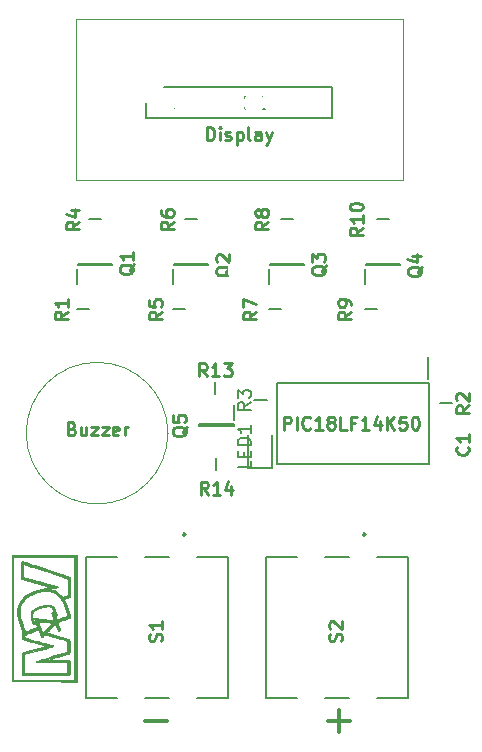
<source format=gbr>
%TF.GenerationSoftware,KiCad,Pcbnew,(5.1.10)-1*%
%TF.CreationDate,2021-07-01T23:18:39+02:00*%
%TF.ProjectId,BytesCounter,42797465-7343-46f7-956e-7465722e6b69,rev?*%
%TF.SameCoordinates,Original*%
%TF.FileFunction,Legend,Top*%
%TF.FilePolarity,Positive*%
%FSLAX46Y46*%
G04 Gerber Fmt 4.6, Leading zero omitted, Abs format (unit mm)*
G04 Created by KiCad (PCBNEW (5.1.10)-1) date 2021-07-01 23:18:39*
%MOMM*%
%LPD*%
G01*
G04 APERTURE LIST*
%ADD10C,0.300000*%
%ADD11C,0.275000*%
%ADD12C,0.250000*%
%ADD13C,0.010000*%
%ADD14C,0.200000*%
%ADD15C,0.254000*%
%ADD16C,0.120000*%
%ADD17C,0.100000*%
%ADD18C,0.150000*%
%ADD19C,1.850000*%
%ADD20C,1.950000*%
%ADD21C,1.500000*%
%ADD22R,1.500000X1.500000*%
%ADD23R,1.000000X1.400000*%
%ADD24R,1.400000X1.000000*%
%ADD25R,0.600000X1.250000*%
%ADD26C,1.300000*%
%ADD27R,1.400000X0.950000*%
%ADD28C,1.725000*%
%ADD29R,1.725000X1.725000*%
%ADD30R,0.650000X1.850000*%
%ADD31R,1.470000X1.050000*%
G04 APERTURE END LIST*
D10*
X113047619Y-89678571D02*
X114952380Y-89678571D01*
X128547619Y-89678571D02*
X130452380Y-89678571D01*
X129500000Y-90630952D02*
X129500000Y-88726190D01*
D11*
X118302380Y-40497619D02*
X118302380Y-39397619D01*
X118564285Y-39397619D01*
X118721428Y-39450000D01*
X118826190Y-39554761D01*
X118878571Y-39659523D01*
X118930952Y-39869047D01*
X118930952Y-40026190D01*
X118878571Y-40235714D01*
X118826190Y-40340476D01*
X118721428Y-40445238D01*
X118564285Y-40497619D01*
X118302380Y-40497619D01*
X119402380Y-40497619D02*
X119402380Y-39764285D01*
X119402380Y-39397619D02*
X119350000Y-39450000D01*
X119402380Y-39502380D01*
X119454761Y-39450000D01*
X119402380Y-39397619D01*
X119402380Y-39502380D01*
X119873809Y-40445238D02*
X119978571Y-40497619D01*
X120188095Y-40497619D01*
X120292857Y-40445238D01*
X120345238Y-40340476D01*
X120345238Y-40288095D01*
X120292857Y-40183333D01*
X120188095Y-40130952D01*
X120030952Y-40130952D01*
X119926190Y-40078571D01*
X119873809Y-39973809D01*
X119873809Y-39921428D01*
X119926190Y-39816666D01*
X120030952Y-39764285D01*
X120188095Y-39764285D01*
X120292857Y-39816666D01*
X120816666Y-39764285D02*
X120816666Y-40864285D01*
X120816666Y-39816666D02*
X120921428Y-39764285D01*
X121130952Y-39764285D01*
X121235714Y-39816666D01*
X121288095Y-39869047D01*
X121340476Y-39973809D01*
X121340476Y-40288095D01*
X121288095Y-40392857D01*
X121235714Y-40445238D01*
X121130952Y-40497619D01*
X120921428Y-40497619D01*
X120816666Y-40445238D01*
X121969047Y-40497619D02*
X121864285Y-40445238D01*
X121811904Y-40340476D01*
X121811904Y-39397619D01*
X122859523Y-40497619D02*
X122859523Y-39921428D01*
X122807142Y-39816666D01*
X122702380Y-39764285D01*
X122492857Y-39764285D01*
X122388095Y-39816666D01*
X122859523Y-40445238D02*
X122754761Y-40497619D01*
X122492857Y-40497619D01*
X122388095Y-40445238D01*
X122335714Y-40340476D01*
X122335714Y-40235714D01*
X122388095Y-40130952D01*
X122492857Y-40078571D01*
X122754761Y-40078571D01*
X122859523Y-40026190D01*
X123278571Y-39764285D02*
X123540476Y-40497619D01*
X123802380Y-39764285D02*
X123540476Y-40497619D01*
X123435714Y-40759523D01*
X123383333Y-40811904D01*
X123278571Y-40864285D01*
D10*
D12*
X124790476Y-64997619D02*
X124790476Y-63897619D01*
X125209523Y-63897619D01*
X125314285Y-63950000D01*
X125366666Y-64002380D01*
X125419047Y-64107142D01*
X125419047Y-64264285D01*
X125366666Y-64369047D01*
X125314285Y-64421428D01*
X125209523Y-64473809D01*
X124790476Y-64473809D01*
X125890476Y-64997619D02*
X125890476Y-63897619D01*
X127042857Y-64892857D02*
X126990476Y-64945238D01*
X126833333Y-64997619D01*
X126728571Y-64997619D01*
X126571428Y-64945238D01*
X126466666Y-64840476D01*
X126414285Y-64735714D01*
X126361904Y-64526190D01*
X126361904Y-64369047D01*
X126414285Y-64159523D01*
X126466666Y-64054761D01*
X126571428Y-63950000D01*
X126728571Y-63897619D01*
X126833333Y-63897619D01*
X126990476Y-63950000D01*
X127042857Y-64002380D01*
X128090476Y-64997619D02*
X127461904Y-64997619D01*
X127776190Y-64997619D02*
X127776190Y-63897619D01*
X127671428Y-64054761D01*
X127566666Y-64159523D01*
X127461904Y-64211904D01*
X128719047Y-64369047D02*
X128614285Y-64316666D01*
X128561904Y-64264285D01*
X128509523Y-64159523D01*
X128509523Y-64107142D01*
X128561904Y-64002380D01*
X128614285Y-63950000D01*
X128719047Y-63897619D01*
X128928571Y-63897619D01*
X129033333Y-63950000D01*
X129085714Y-64002380D01*
X129138095Y-64107142D01*
X129138095Y-64159523D01*
X129085714Y-64264285D01*
X129033333Y-64316666D01*
X128928571Y-64369047D01*
X128719047Y-64369047D01*
X128614285Y-64421428D01*
X128561904Y-64473809D01*
X128509523Y-64578571D01*
X128509523Y-64788095D01*
X128561904Y-64892857D01*
X128614285Y-64945238D01*
X128719047Y-64997619D01*
X128928571Y-64997619D01*
X129033333Y-64945238D01*
X129085714Y-64892857D01*
X129138095Y-64788095D01*
X129138095Y-64578571D01*
X129085714Y-64473809D01*
X129033333Y-64421428D01*
X128928571Y-64369047D01*
X130133333Y-64997619D02*
X129609523Y-64997619D01*
X129609523Y-63897619D01*
X130866666Y-64421428D02*
X130500000Y-64421428D01*
X130500000Y-64997619D02*
X130500000Y-63897619D01*
X131023809Y-63897619D01*
X132019047Y-64997619D02*
X131390476Y-64997619D01*
X131704761Y-64997619D02*
X131704761Y-63897619D01*
X131600000Y-64054761D01*
X131495238Y-64159523D01*
X131390476Y-64211904D01*
X132961904Y-64264285D02*
X132961904Y-64997619D01*
X132700000Y-63845238D02*
X132438095Y-64630952D01*
X133119047Y-64630952D01*
X133538095Y-64997619D02*
X133538095Y-63897619D01*
X134166666Y-64997619D02*
X133695238Y-64369047D01*
X134166666Y-63897619D02*
X133538095Y-64526190D01*
X135161904Y-63897619D02*
X134638095Y-63897619D01*
X134585714Y-64421428D01*
X134638095Y-64369047D01*
X134742857Y-64316666D01*
X135004761Y-64316666D01*
X135109523Y-64369047D01*
X135161904Y-64421428D01*
X135214285Y-64526190D01*
X135214285Y-64788095D01*
X135161904Y-64892857D01*
X135109523Y-64945238D01*
X135004761Y-64997619D01*
X134742857Y-64997619D01*
X134638095Y-64945238D01*
X134585714Y-64892857D01*
X135895238Y-63897619D02*
X136000000Y-63897619D01*
X136104761Y-63950000D01*
X136157142Y-64002380D01*
X136209523Y-64107142D01*
X136261904Y-64316666D01*
X136261904Y-64578571D01*
X136209523Y-64788095D01*
X136157142Y-64892857D01*
X136104761Y-64945238D01*
X136000000Y-64997619D01*
X135895238Y-64997619D01*
X135790476Y-64945238D01*
X135738095Y-64892857D01*
X135685714Y-64788095D01*
X135633333Y-64578571D01*
X135633333Y-64316666D01*
X135685714Y-64107142D01*
X135738095Y-64002380D01*
X135790476Y-63950000D01*
X135895238Y-63897619D01*
D11*
X106878571Y-64921428D02*
X107035714Y-64973809D01*
X107088095Y-65026190D01*
X107140476Y-65130952D01*
X107140476Y-65288095D01*
X107088095Y-65392857D01*
X107035714Y-65445238D01*
X106930952Y-65497619D01*
X106511904Y-65497619D01*
X106511904Y-64397619D01*
X106878571Y-64397619D01*
X106983333Y-64450000D01*
X107035714Y-64502380D01*
X107088095Y-64607142D01*
X107088095Y-64711904D01*
X107035714Y-64816666D01*
X106983333Y-64869047D01*
X106878571Y-64921428D01*
X106511904Y-64921428D01*
X108083333Y-64764285D02*
X108083333Y-65497619D01*
X107611904Y-64764285D02*
X107611904Y-65340476D01*
X107664285Y-65445238D01*
X107769047Y-65497619D01*
X107926190Y-65497619D01*
X108030952Y-65445238D01*
X108083333Y-65392857D01*
X108502380Y-64764285D02*
X109078571Y-64764285D01*
X108502380Y-65497619D01*
X109078571Y-65497619D01*
X109392857Y-64764285D02*
X109969047Y-64764285D01*
X109392857Y-65497619D01*
X109969047Y-65497619D01*
X110807142Y-65445238D02*
X110702380Y-65497619D01*
X110492857Y-65497619D01*
X110388095Y-65445238D01*
X110335714Y-65340476D01*
X110335714Y-64921428D01*
X110388095Y-64816666D01*
X110492857Y-64764285D01*
X110702380Y-64764285D01*
X110807142Y-64816666D01*
X110859523Y-64921428D01*
X110859523Y-65026190D01*
X110335714Y-65130952D01*
X111330952Y-65497619D02*
X111330952Y-64764285D01*
X111330952Y-64973809D02*
X111383333Y-64869047D01*
X111435714Y-64816666D01*
X111540476Y-64764285D01*
X111645238Y-64764285D01*
D10*
D13*
%TO.C,G\u002A\u002A\u002A*%
G36*
X102246922Y-80417917D02*
G01*
X102247905Y-80292143D01*
X102250791Y-80197588D01*
X102257071Y-80123138D01*
X102268236Y-80057681D01*
X102285779Y-79990104D01*
X102311190Y-79909293D01*
X102317946Y-79888750D01*
X102355653Y-79784403D01*
X102398612Y-79680766D01*
X102440019Y-79593728D01*
X102458457Y-79560667D01*
X102494729Y-79508399D01*
X102548937Y-79439469D01*
X102615237Y-79360342D01*
X102687781Y-79277487D01*
X102760723Y-79197367D01*
X102828218Y-79126451D01*
X102884419Y-79071203D01*
X102923481Y-79038091D01*
X102936884Y-79031500D01*
X102963699Y-79020616D01*
X103014498Y-78992081D01*
X103078206Y-78952125D01*
X103165430Y-78895082D01*
X103225499Y-78856431D01*
X103266582Y-78831236D01*
X103296850Y-78814559D01*
X103324471Y-78801465D01*
X103335834Y-78796463D01*
X103395013Y-78770299D01*
X103452250Y-78744571D01*
X103571606Y-78696222D01*
X103721039Y-78644748D01*
X103888828Y-78593749D01*
X104063253Y-78546823D01*
X104203667Y-78513767D01*
X104324459Y-78486388D01*
X104451259Y-78455877D01*
X104577410Y-78424037D01*
X104696257Y-78392672D01*
X104801144Y-78363584D01*
X104885414Y-78338575D01*
X104942412Y-78319449D01*
X104965482Y-78308007D01*
X104965667Y-78307385D01*
X104948617Y-78292245D01*
X104936128Y-78290667D01*
X104910757Y-78285179D01*
X104848353Y-78269390D01*
X104752679Y-78244310D01*
X104627495Y-78210951D01*
X104476563Y-78170324D01*
X104303645Y-78123441D01*
X104112502Y-78071311D01*
X103906896Y-78014948D01*
X103756086Y-77973435D01*
X103498225Y-77902086D01*
X103278549Y-77840719D01*
X103094318Y-77788497D01*
X102942789Y-77744585D01*
X102821220Y-77708144D01*
X102726870Y-77678341D01*
X102656997Y-77654337D01*
X102608859Y-77635298D01*
X102579713Y-77620387D01*
X102568542Y-77611256D01*
X102558131Y-77595412D01*
X102549857Y-77572850D01*
X102543480Y-77538948D01*
X102538757Y-77489082D01*
X102535447Y-77418628D01*
X102533309Y-77322962D01*
X102532102Y-77197463D01*
X102531583Y-77037505D01*
X102531500Y-76901906D01*
X102531609Y-76716390D01*
X102532122Y-76568560D01*
X102533318Y-76453772D01*
X102535474Y-76367377D01*
X102538868Y-76304729D01*
X102543780Y-76261182D01*
X102550488Y-76232090D01*
X102559269Y-76212806D01*
X102570402Y-76198684D01*
X102573833Y-76195167D01*
X102637542Y-76160130D01*
X102695863Y-76152834D01*
X102724253Y-76159474D01*
X102789340Y-76178642D01*
X102887752Y-76209209D01*
X103016116Y-76250049D01*
X103171059Y-76300031D01*
X103349208Y-76358029D01*
X103547191Y-76422913D01*
X103761634Y-76493556D01*
X103989165Y-76568830D01*
X104226411Y-76647606D01*
X104469999Y-76728756D01*
X104716557Y-76811153D01*
X104962711Y-76893666D01*
X105205090Y-76975170D01*
X105440319Y-77054535D01*
X105665027Y-77130632D01*
X105875840Y-77202335D01*
X106069385Y-77268515D01*
X106242291Y-77328043D01*
X106391184Y-77379791D01*
X106512690Y-77422632D01*
X106603439Y-77455437D01*
X106660056Y-77477077D01*
X106676414Y-77484325D01*
X106715971Y-77517274D01*
X106730593Y-77540394D01*
X106733591Y-77568788D01*
X106736347Y-77634538D01*
X106738779Y-77732669D01*
X106740809Y-77858203D01*
X106742354Y-78006164D01*
X106743333Y-78171577D01*
X106743667Y-78345315D01*
X106743559Y-78546911D01*
X106743099Y-78710427D01*
X106742075Y-78840117D01*
X106740282Y-78940234D01*
X106737510Y-79015033D01*
X106733550Y-79068766D01*
X106728195Y-79105687D01*
X106721235Y-79130050D01*
X106712463Y-79146108D01*
X106703951Y-79155883D01*
X106667512Y-79179124D01*
X106601254Y-79209825D01*
X106515912Y-79243302D01*
X106455243Y-79264350D01*
X106366279Y-79294672D01*
X106292097Y-79321928D01*
X106242171Y-79342521D01*
X106226727Y-79351049D01*
X106221735Y-79381955D01*
X106239824Y-79435234D01*
X106241348Y-79438374D01*
X106323416Y-79612588D01*
X106385642Y-79762726D01*
X106432319Y-79899490D01*
X106447435Y-79952250D01*
X106476468Y-80048981D01*
X106509959Y-80145426D01*
X106541079Y-80222041D01*
X106543588Y-80227417D01*
X106562734Y-80275124D01*
X106589099Y-80350545D01*
X106619892Y-80444531D01*
X106652320Y-80547932D01*
X106683591Y-80651598D01*
X106710913Y-80746379D01*
X106731494Y-80823125D01*
X106742541Y-80872685D01*
X106743667Y-80883102D01*
X106726209Y-80899134D01*
X106683342Y-80921287D01*
X106674875Y-80924904D01*
X106547927Y-80977052D01*
X106432315Y-81023433D01*
X106334231Y-81061656D01*
X106259863Y-81089329D01*
X106215403Y-81104061D01*
X106206603Y-81105834D01*
X106173376Y-81113384D01*
X106113071Y-81133643D01*
X106034428Y-81163024D01*
X105946183Y-81197941D01*
X105857075Y-81234805D01*
X105775843Y-81270029D01*
X105711224Y-81300028D01*
X105671957Y-81321214D01*
X105664167Y-81328503D01*
X105671411Y-81357070D01*
X105690716Y-81414368D01*
X105718446Y-81489810D01*
X105729671Y-81519067D01*
X105768516Y-81621459D01*
X105808954Y-81731649D01*
X105842620Y-81826820D01*
X105844382Y-81831965D01*
X105893589Y-81976012D01*
X105842378Y-81996006D01*
X105780383Y-82020202D01*
X105737660Y-82036868D01*
X105696171Y-82046873D01*
X105673480Y-82028472D01*
X105665252Y-82010409D01*
X105650930Y-81973514D01*
X105625088Y-81905979D01*
X105591146Y-81816775D01*
X105552524Y-81714871D01*
X105544477Y-81693593D01*
X105442604Y-81424102D01*
X105399927Y-81473635D01*
X105372526Y-81503903D01*
X105321140Y-81559268D01*
X105250979Y-81634168D01*
X105167254Y-81723044D01*
X105075176Y-81820336D01*
X105060917Y-81835364D01*
X104970694Y-81931425D01*
X104890883Y-82018320D01*
X104825994Y-82090983D01*
X104780536Y-82144344D01*
X104759020Y-82173335D01*
X104757974Y-82175815D01*
X104769056Y-82198437D01*
X104789724Y-82201926D01*
X104819079Y-82207400D01*
X104883474Y-82223926D01*
X104977527Y-82249973D01*
X105095857Y-82284009D01*
X105233083Y-82324504D01*
X105383824Y-82369928D01*
X105431334Y-82384427D01*
X105682834Y-82461472D01*
X105896904Y-82527257D01*
X106076623Y-82582820D01*
X106225067Y-82629198D01*
X106345315Y-82667430D01*
X106440444Y-82698555D01*
X106513532Y-82723609D01*
X106567656Y-82743632D01*
X106605895Y-82759662D01*
X106631325Y-82772736D01*
X106647026Y-82783893D01*
X106656074Y-82794172D01*
X106658592Y-82798404D01*
X106665426Y-82832527D01*
X106671161Y-82904584D01*
X106675627Y-83010188D01*
X106678656Y-83144951D01*
X106680079Y-83304484D01*
X106680167Y-83358692D01*
X106680309Y-83529485D01*
X106679361Y-83663193D01*
X106675260Y-83765055D01*
X106665946Y-83840307D01*
X106649355Y-83894188D01*
X106623428Y-83931934D01*
X106586100Y-83958785D01*
X106535312Y-83979977D01*
X106469001Y-84000748D01*
X106421854Y-84014899D01*
X106359613Y-84033803D01*
X106262991Y-84063066D01*
X106138140Y-84100827D01*
X105991213Y-84145227D01*
X105828361Y-84194407D01*
X105655736Y-84246508D01*
X105525640Y-84285753D01*
X104805029Y-84503084D01*
X105699205Y-84496733D01*
X105917134Y-84495236D01*
X106096677Y-84494235D01*
X106241779Y-84493887D01*
X106356389Y-84494347D01*
X106444450Y-84495772D01*
X106509910Y-84498317D01*
X106556715Y-84502138D01*
X106588810Y-84507391D01*
X106610142Y-84514232D01*
X106624657Y-84522817D01*
X106636300Y-84533301D01*
X106636774Y-84533775D01*
X106649724Y-84548464D01*
X106659806Y-84566910D01*
X106667378Y-84594184D01*
X106672799Y-84635358D01*
X106676427Y-84695503D01*
X106678619Y-84779692D01*
X106679733Y-84892996D01*
X106680127Y-85040487D01*
X106680167Y-85148667D01*
X106680022Y-85319489D01*
X106679356Y-85453039D01*
X106677820Y-85554378D01*
X106675064Y-85628566D01*
X106670739Y-85680665D01*
X106664496Y-85715735D01*
X106655987Y-85738838D01*
X106644863Y-85755034D01*
X106637833Y-85762500D01*
X106629897Y-85769696D01*
X106619645Y-85776026D01*
X106604474Y-85781547D01*
X106581780Y-85786313D01*
X106548958Y-85790380D01*
X106503405Y-85793804D01*
X106489667Y-85794443D01*
X106489667Y-85614334D01*
X106489667Y-84680759D01*
X105140292Y-84684266D01*
X104867808Y-84684926D01*
X104634609Y-84685333D01*
X104437651Y-84685408D01*
X104273885Y-84685074D01*
X104140264Y-84684256D01*
X104033743Y-84682874D01*
X103951273Y-84680854D01*
X103889809Y-84678116D01*
X103846304Y-84674585D01*
X103817710Y-84670183D01*
X103800981Y-84664833D01*
X103793070Y-84658458D01*
X103790931Y-84650981D01*
X103790917Y-84650129D01*
X103796363Y-84640867D01*
X103814469Y-84628850D01*
X103847888Y-84613204D01*
X103899274Y-84593053D01*
X103971279Y-84567523D01*
X104066556Y-84535739D01*
X104187758Y-84496828D01*
X104337539Y-84449915D01*
X104518550Y-84394125D01*
X104733446Y-84328583D01*
X104984880Y-84252416D01*
X105135000Y-84207096D01*
X106479084Y-83801709D01*
X106484792Y-83354661D01*
X106490501Y-82907613D01*
X106251959Y-82833740D01*
X106051343Y-82771784D01*
X105848299Y-82709398D01*
X105646967Y-82647828D01*
X105451491Y-82588321D01*
X105266009Y-82532124D01*
X105094665Y-82480484D01*
X104941600Y-82434647D01*
X104810954Y-82395861D01*
X104706869Y-82365373D01*
X104633486Y-82344428D01*
X104594948Y-82334274D01*
X104590433Y-82333501D01*
X104558774Y-82349556D01*
X104548677Y-82362348D01*
X104503362Y-82427741D01*
X104447527Y-82491935D01*
X104390557Y-82545757D01*
X104378034Y-82554567D01*
X104378034Y-82223450D01*
X104541028Y-82050933D01*
X104615911Y-81971654D01*
X104709482Y-81872559D01*
X104811377Y-81764623D01*
X104911234Y-81658823D01*
X104942137Y-81626075D01*
X105039026Y-81521279D01*
X105106081Y-81443693D01*
X105144527Y-81391761D01*
X105155587Y-81363928D01*
X105152334Y-81359036D01*
X105118991Y-81350522D01*
X105055702Y-81341167D01*
X104974775Y-81332712D01*
X104955084Y-81331088D01*
X104851639Y-81322224D01*
X104729025Y-81310588D01*
X104610111Y-81298372D01*
X104584667Y-81295598D01*
X104390775Y-81274932D01*
X104238296Y-81260415D01*
X104126765Y-81252013D01*
X104055715Y-81249692D01*
X104024680Y-81253418D01*
X104023385Y-81254591D01*
X104027868Y-81277737D01*
X104045394Y-81333611D01*
X104073657Y-81415487D01*
X104110351Y-81516638D01*
X104143435Y-81604834D01*
X104190667Y-81729093D01*
X104237103Y-81851347D01*
X104278745Y-81961068D01*
X104311599Y-82047731D01*
X104324826Y-82082683D01*
X104378034Y-82223450D01*
X104378034Y-82554567D01*
X104341834Y-82580035D01*
X104318358Y-82587500D01*
X104295357Y-82582580D01*
X104273942Y-82563460D01*
X104250159Y-82523598D01*
X104220052Y-82456454D01*
X104182554Y-82362878D01*
X104143078Y-82260278D01*
X104105833Y-82160609D01*
X104075763Y-82077247D01*
X104061317Y-82034795D01*
X104039659Y-81976195D01*
X104020551Y-81938695D01*
X104012472Y-81931334D01*
X103984968Y-81938640D01*
X103928654Y-81957953D01*
X103853948Y-81985366D01*
X103771268Y-82016969D01*
X103691030Y-82048855D01*
X103623654Y-82077117D01*
X103622489Y-82077627D01*
X103552011Y-82107509D01*
X103485507Y-82134141D01*
X103473417Y-82138712D01*
X103314123Y-82198503D01*
X103190698Y-82246519D01*
X103098923Y-82284591D01*
X103034579Y-82314550D01*
X102993449Y-82338225D01*
X102972463Y-82356053D01*
X102947210Y-82374674D01*
X102947210Y-82063758D01*
X102974511Y-82061890D01*
X103033489Y-82046456D01*
X103116591Y-82019786D01*
X103216258Y-81984210D01*
X103264710Y-81965835D01*
X103387654Y-81918357D01*
X103514693Y-81869287D01*
X103632044Y-81823951D01*
X103725923Y-81787673D01*
X103738000Y-81783005D01*
X103817874Y-81751822D01*
X103881214Y-81726514D01*
X103918783Y-81710801D01*
X103924984Y-81707731D01*
X103922874Y-81685838D01*
X103908256Y-81637771D01*
X103885923Y-81575991D01*
X103860667Y-81512963D01*
X103837278Y-81461147D01*
X103820550Y-81433007D01*
X103818785Y-81431518D01*
X103788870Y-81429672D01*
X103733468Y-81437898D01*
X103696156Y-81446421D01*
X103637496Y-81458763D01*
X103637496Y-81271107D01*
X103697561Y-81250169D01*
X103757625Y-81229230D01*
X103716371Y-81120657D01*
X103694543Y-81050693D01*
X103689859Y-81004238D01*
X103694442Y-80992759D01*
X103724886Y-80986448D01*
X103796259Y-80986861D01*
X103907705Y-80993936D01*
X104058368Y-81007609D01*
X104247391Y-81027819D01*
X104373000Y-81042361D01*
X104494724Y-81056099D01*
X104627597Y-81069942D01*
X104765022Y-81083331D01*
X104900398Y-81095704D01*
X105027126Y-81106500D01*
X105138606Y-81115159D01*
X105228240Y-81121121D01*
X105289429Y-81123823D01*
X105315571Y-81122707D01*
X105315916Y-81122474D01*
X105314378Y-81098720D01*
X105299941Y-81046393D01*
X105275612Y-80976153D01*
X105271648Y-80965654D01*
X105244173Y-80892136D01*
X105212892Y-80806163D01*
X105181123Y-80717163D01*
X105152184Y-80634564D01*
X105129394Y-80567795D01*
X105116070Y-80526284D01*
X105113981Y-80517707D01*
X105131502Y-80506728D01*
X105176504Y-80485225D01*
X105212647Y-80469306D01*
X105274638Y-80445645D01*
X105313411Y-80444342D01*
X105338739Y-80471083D01*
X105360400Y-80531552D01*
X105368414Y-80559898D01*
X105388097Y-80614394D01*
X105409093Y-80649258D01*
X105413010Y-80652507D01*
X105427350Y-80650291D01*
X105423618Y-80626943D01*
X105411549Y-80587520D01*
X105391437Y-80521526D01*
X105367532Y-80442898D01*
X105366373Y-80439084D01*
X105300394Y-80278140D01*
X105210334Y-80146733D01*
X105099073Y-80048625D01*
X105042572Y-80016204D01*
X104976694Y-79986541D01*
X104921867Y-79971256D01*
X104860641Y-79967560D01*
X104775562Y-79972667D01*
X104771921Y-79972972D01*
X104639834Y-79986725D01*
X104517009Y-80004360D01*
X104412252Y-80024263D01*
X104334369Y-80044818D01*
X104298917Y-80059677D01*
X104246189Y-80083361D01*
X104193818Y-80099446D01*
X104056385Y-80144002D01*
X103917730Y-80211002D01*
X103787012Y-80294103D01*
X103673390Y-80386964D01*
X103586024Y-80483242D01*
X103545996Y-80548024D01*
X103519181Y-80626870D01*
X103510743Y-80719504D01*
X103521118Y-80832290D01*
X103550742Y-80971589D01*
X103583063Y-81087929D01*
X103637496Y-81271107D01*
X103637496Y-81458763D01*
X103627726Y-81460819D01*
X103585833Y-81459962D01*
X103561071Y-81446980D01*
X103542617Y-81417517D01*
X103515454Y-81356438D01*
X103483216Y-81272619D01*
X103449540Y-81174937D01*
X103449050Y-81173436D01*
X103412585Y-81056818D01*
X103388829Y-80965741D01*
X103375205Y-80886271D01*
X103369132Y-80804472D01*
X103367985Y-80735417D01*
X103374400Y-80601956D01*
X103397349Y-80496156D01*
X103441430Y-80405062D01*
X103511239Y-80315720D01*
X103520507Y-80305636D01*
X103590050Y-80243846D01*
X103685665Y-80175748D01*
X103793710Y-80109690D01*
X103900539Y-80054017D01*
X103992000Y-80017232D01*
X104064163Y-79993780D01*
X104125033Y-79972306D01*
X104150750Y-79962068D01*
X104198027Y-79944038D01*
X104268939Y-79920452D01*
X104351709Y-79894811D01*
X104434557Y-79870615D01*
X104505706Y-79851365D01*
X104553377Y-79840563D01*
X104563500Y-79839388D01*
X104598733Y-79837519D01*
X104663524Y-79832808D01*
X104745268Y-79826187D01*
X104764584Y-79824540D01*
X104923112Y-79824740D01*
X105064438Y-79857271D01*
X105202285Y-79925684D01*
X105233340Y-79945790D01*
X105314703Y-80021832D01*
X105394600Y-80139195D01*
X105472533Y-80296876D01*
X105548004Y-80493874D01*
X105617307Y-80717737D01*
X105604093Y-80739947D01*
X105562636Y-80764206D01*
X105548954Y-80769614D01*
X105500318Y-80792292D01*
X105474789Y-80814127D01*
X105473667Y-80818209D01*
X105480992Y-80851433D01*
X105499546Y-80905848D01*
X105524198Y-80968901D01*
X105549815Y-81028040D01*
X105571266Y-81070710D01*
X105582593Y-81084667D01*
X105606542Y-81077435D01*
X105661956Y-81057681D01*
X105740882Y-81028321D01*
X105835367Y-80992269D01*
X105847284Y-80987666D01*
X105963421Y-80943259D01*
X106084752Y-80897718D01*
X106195475Y-80856932D01*
X106267417Y-80831112D01*
X106350028Y-80801829D01*
X106420421Y-80776459D01*
X106466524Y-80759368D01*
X106473792Y-80756516D01*
X106507247Y-80726005D01*
X106502625Y-80684640D01*
X106492414Y-80670859D01*
X106477849Y-80641955D01*
X106456154Y-80583887D01*
X106431602Y-80508260D01*
X106427356Y-80494171D01*
X106401080Y-80412215D01*
X106375106Y-80341527D01*
X106354611Y-80296072D01*
X106352835Y-80293087D01*
X106335312Y-80254971D01*
X106309776Y-80186778D01*
X106280023Y-80099084D01*
X106257060Y-80026334D01*
X106217692Y-79902065D01*
X106180290Y-79796448D01*
X106138174Y-79692110D01*
X106084665Y-79571678D01*
X106069870Y-79539500D01*
X106050730Y-79505265D01*
X106050730Y-79181314D01*
X106286073Y-79103559D01*
X106379975Y-79072224D01*
X106458989Y-79045276D01*
X106514503Y-79025690D01*
X106537583Y-79016640D01*
X106541343Y-78994022D01*
X106544451Y-78934170D01*
X106546828Y-78842176D01*
X106548396Y-78723136D01*
X106549077Y-78582143D01*
X106548791Y-78424291D01*
X106548167Y-78328760D01*
X106542584Y-77650045D01*
X104648167Y-77007314D01*
X104375967Y-76915018D01*
X104115144Y-76826688D01*
X103868490Y-76743263D01*
X103638794Y-76665681D01*
X103428847Y-76594881D01*
X103241440Y-76531803D01*
X103079364Y-76477386D01*
X102945408Y-76432567D01*
X102842363Y-76398287D01*
X102773020Y-76375484D01*
X102740169Y-76365098D01*
X102737875Y-76364542D01*
X102733642Y-76384775D01*
X102729848Y-76441810D01*
X102726649Y-76530117D01*
X102724202Y-76644165D01*
X102722661Y-76778425D01*
X102722181Y-76920125D01*
X102722362Y-77475750D01*
X103679973Y-77739642D01*
X103897160Y-77799251D01*
X104121241Y-77860309D01*
X104344855Y-77920841D01*
X104560643Y-77978871D01*
X104761245Y-78032423D01*
X104939302Y-78079520D01*
X105087454Y-78118188D01*
X105145584Y-78133124D01*
X105328755Y-78180553D01*
X105471520Y-78220098D01*
X105574700Y-78253492D01*
X105639114Y-78282472D01*
X105665581Y-78308771D01*
X105654923Y-78334125D01*
X105607958Y-78360268D01*
X105525508Y-78388935D01*
X105408391Y-78421861D01*
X105295842Y-78451020D01*
X104980433Y-78531389D01*
X105126508Y-78560343D01*
X105314910Y-78613089D01*
X105493374Y-78696160D01*
X105667417Y-78812882D01*
X105842555Y-78966579D01*
X105905073Y-79029662D01*
X106050730Y-79181314D01*
X106050730Y-79505265D01*
X105981785Y-79381944D01*
X105867063Y-79226803D01*
X105733889Y-79082393D01*
X105590448Y-78957030D01*
X105444927Y-78859026D01*
X105357250Y-78815652D01*
X105230018Y-78764199D01*
X105127253Y-78728065D01*
X105035310Y-78704138D01*
X104940544Y-78689306D01*
X104829310Y-78680457D01*
X104747817Y-78676680D01*
X104589454Y-78674148D01*
X104443903Y-78678880D01*
X104324926Y-78690389D01*
X104313900Y-78692072D01*
X104249022Y-78705572D01*
X104158763Y-78728567D01*
X104051237Y-78758542D01*
X103934555Y-78792979D01*
X103816830Y-78829363D01*
X103706174Y-78865177D01*
X103610699Y-78897904D01*
X103538519Y-78925028D01*
X103497745Y-78944033D01*
X103494584Y-78946225D01*
X103459082Y-78964883D01*
X103420500Y-78979039D01*
X103367712Y-79003028D01*
X103308697Y-79040209D01*
X103302086Y-79045129D01*
X103256266Y-79077184D01*
X103224718Y-79094179D01*
X103220782Y-79095000D01*
X103190573Y-79108337D01*
X103137834Y-79143823D01*
X103070935Y-79194675D01*
X102998250Y-79254108D01*
X102928148Y-79315339D01*
X102869002Y-79371583D01*
X102837631Y-79405501D01*
X102781421Y-79472265D01*
X102726855Y-79536988D01*
X102698991Y-79569983D01*
X102634780Y-79664163D01*
X102572013Y-79789559D01*
X102515486Y-79935185D01*
X102469992Y-80090057D01*
X102467475Y-80100417D01*
X102455649Y-80177850D01*
X102448210Y-80284814D01*
X102445169Y-80408734D01*
X102446539Y-80537034D01*
X102452330Y-80657139D01*
X102462555Y-80756473D01*
X102466836Y-80782197D01*
X102481851Y-80844850D01*
X102507452Y-80934950D01*
X102539955Y-81040084D01*
X102573057Y-81140200D01*
X102612146Y-81254486D01*
X102659626Y-81393347D01*
X102710203Y-81541300D01*
X102758583Y-81682861D01*
X102771160Y-81719667D01*
X102809825Y-81829469D01*
X102845193Y-81923695D01*
X102874582Y-81995672D01*
X102895308Y-82038723D01*
X102903173Y-82048075D01*
X102938262Y-82058738D01*
X102947210Y-82063758D01*
X102947210Y-82374674D01*
X102925957Y-82390346D01*
X102871921Y-82410408D01*
X102828293Y-82424011D01*
X102810140Y-82450801D01*
X102806667Y-82500853D01*
X102806667Y-82578247D01*
X103785625Y-82857614D01*
X103991841Y-82916261D01*
X104194155Y-82973420D01*
X104387180Y-83027593D01*
X104565528Y-83077287D01*
X104723812Y-83121003D01*
X104856644Y-83157246D01*
X104958636Y-83184521D01*
X105015855Y-83199238D01*
X105147365Y-83233744D01*
X105239824Y-83263637D01*
X105292852Y-83290648D01*
X105306072Y-83316509D01*
X105279103Y-83342950D01*
X105211569Y-83371705D01*
X105103089Y-83404503D01*
X104963059Y-83440663D01*
X104871766Y-83464073D01*
X104746063Y-83497526D01*
X104592204Y-83539299D01*
X104416441Y-83587664D01*
X104225030Y-83640897D01*
X104024223Y-83697272D01*
X103820275Y-83755064D01*
X103727417Y-83781566D01*
X102817250Y-84041949D01*
X102811701Y-84828142D01*
X102806152Y-85614334D01*
X106489667Y-85614334D01*
X106489667Y-85794443D01*
X106442517Y-85796639D01*
X106363689Y-85798942D01*
X106264318Y-85800767D01*
X106141800Y-85802171D01*
X105993531Y-85803208D01*
X105816907Y-85803933D01*
X105609324Y-85804403D01*
X105368177Y-85804673D01*
X105090864Y-85804797D01*
X104774780Y-85804832D01*
X104648167Y-85804834D01*
X104317157Y-85804818D01*
X104025877Y-85804732D01*
X103771722Y-85804523D01*
X103552089Y-85804133D01*
X103364373Y-85803508D01*
X103205971Y-85802592D01*
X103074278Y-85801330D01*
X102966691Y-85799666D01*
X102880605Y-85797546D01*
X102813417Y-85794913D01*
X102762523Y-85791712D01*
X102725318Y-85787888D01*
X102699199Y-85783386D01*
X102681562Y-85778149D01*
X102669802Y-85772124D01*
X102661317Y-85765253D01*
X102658500Y-85762501D01*
X102648044Y-85750672D01*
X102639466Y-85735433D01*
X102632583Y-85712781D01*
X102627206Y-85678713D01*
X102623152Y-85629227D01*
X102620233Y-85560320D01*
X102618264Y-85467988D01*
X102617059Y-85348230D01*
X102616432Y-85197041D01*
X102616197Y-85010420D01*
X102616167Y-84850942D01*
X102616660Y-84639528D01*
X102618087Y-84449597D01*
X102620369Y-84284622D01*
X102623430Y-84148075D01*
X102627191Y-84043428D01*
X102631575Y-83974152D01*
X102636502Y-83943720D01*
X102636525Y-83943679D01*
X102670538Y-83908089D01*
X102715900Y-83881938D01*
X102752430Y-83869604D01*
X102823377Y-83847733D01*
X102923793Y-83817735D01*
X103048731Y-83781017D01*
X103193244Y-83738985D01*
X103352385Y-83693048D01*
X103521206Y-83644612D01*
X103694760Y-83595086D01*
X103868100Y-83545877D01*
X104036279Y-83498392D01*
X104194350Y-83454038D01*
X104337365Y-83414224D01*
X104460377Y-83380357D01*
X104558439Y-83353844D01*
X104626604Y-83336093D01*
X104659924Y-83328510D01*
X104661793Y-83328334D01*
X104687484Y-83323856D01*
X104687919Y-83318697D01*
X104666261Y-83311162D01*
X104607806Y-83293224D01*
X104516488Y-83266029D01*
X104396237Y-83230725D01*
X104250984Y-83188462D01*
X104084660Y-83140385D01*
X103901198Y-83087643D01*
X103704528Y-83031384D01*
X103673683Y-83022585D01*
X103404090Y-82945110D01*
X103175136Y-82878033D01*
X102986885Y-82821373D01*
X102839398Y-82775149D01*
X102732738Y-82739380D01*
X102666965Y-82714087D01*
X102642625Y-82700093D01*
X102631634Y-82668644D01*
X102623748Y-82606432D01*
X102618748Y-82510124D01*
X102616409Y-82376387D01*
X102616167Y-82302740D01*
X102615624Y-82165685D01*
X102613381Y-82061746D01*
X102608516Y-81981711D01*
X102600109Y-81916370D01*
X102587238Y-81856512D01*
X102568983Y-81792926D01*
X102563404Y-81775160D01*
X102534916Y-81683666D01*
X102508408Y-81595561D01*
X102489057Y-81528102D01*
X102487249Y-81521417D01*
X102461956Y-81441654D01*
X102430397Y-81360034D01*
X102425646Y-81349250D01*
X102402296Y-81288327D01*
X102374507Y-81202388D01*
X102347441Y-81107649D01*
X102341437Y-81084667D01*
X102316976Y-80990454D01*
X102293103Y-80900965D01*
X102274134Y-80832314D01*
X102270601Y-80820084D01*
X102260973Y-80764590D01*
X102253462Y-80675717D01*
X102248592Y-80562389D01*
X102246890Y-80433529D01*
X102246922Y-80417917D01*
G37*
X102246922Y-80417917D02*
X102247905Y-80292143D01*
X102250791Y-80197588D01*
X102257071Y-80123138D01*
X102268236Y-80057681D01*
X102285779Y-79990104D01*
X102311190Y-79909293D01*
X102317946Y-79888750D01*
X102355653Y-79784403D01*
X102398612Y-79680766D01*
X102440019Y-79593728D01*
X102458457Y-79560667D01*
X102494729Y-79508399D01*
X102548937Y-79439469D01*
X102615237Y-79360342D01*
X102687781Y-79277487D01*
X102760723Y-79197367D01*
X102828218Y-79126451D01*
X102884419Y-79071203D01*
X102923481Y-79038091D01*
X102936884Y-79031500D01*
X102963699Y-79020616D01*
X103014498Y-78992081D01*
X103078206Y-78952125D01*
X103165430Y-78895082D01*
X103225499Y-78856431D01*
X103266582Y-78831236D01*
X103296850Y-78814559D01*
X103324471Y-78801465D01*
X103335834Y-78796463D01*
X103395013Y-78770299D01*
X103452250Y-78744571D01*
X103571606Y-78696222D01*
X103721039Y-78644748D01*
X103888828Y-78593749D01*
X104063253Y-78546823D01*
X104203667Y-78513767D01*
X104324459Y-78486388D01*
X104451259Y-78455877D01*
X104577410Y-78424037D01*
X104696257Y-78392672D01*
X104801144Y-78363584D01*
X104885414Y-78338575D01*
X104942412Y-78319449D01*
X104965482Y-78308007D01*
X104965667Y-78307385D01*
X104948617Y-78292245D01*
X104936128Y-78290667D01*
X104910757Y-78285179D01*
X104848353Y-78269390D01*
X104752679Y-78244310D01*
X104627495Y-78210951D01*
X104476563Y-78170324D01*
X104303645Y-78123441D01*
X104112502Y-78071311D01*
X103906896Y-78014948D01*
X103756086Y-77973435D01*
X103498225Y-77902086D01*
X103278549Y-77840719D01*
X103094318Y-77788497D01*
X102942789Y-77744585D01*
X102821220Y-77708144D01*
X102726870Y-77678341D01*
X102656997Y-77654337D01*
X102608859Y-77635298D01*
X102579713Y-77620387D01*
X102568542Y-77611256D01*
X102558131Y-77595412D01*
X102549857Y-77572850D01*
X102543480Y-77538948D01*
X102538757Y-77489082D01*
X102535447Y-77418628D01*
X102533309Y-77322962D01*
X102532102Y-77197463D01*
X102531583Y-77037505D01*
X102531500Y-76901906D01*
X102531609Y-76716390D01*
X102532122Y-76568560D01*
X102533318Y-76453772D01*
X102535474Y-76367377D01*
X102538868Y-76304729D01*
X102543780Y-76261182D01*
X102550488Y-76232090D01*
X102559269Y-76212806D01*
X102570402Y-76198684D01*
X102573833Y-76195167D01*
X102637542Y-76160130D01*
X102695863Y-76152834D01*
X102724253Y-76159474D01*
X102789340Y-76178642D01*
X102887752Y-76209209D01*
X103016116Y-76250049D01*
X103171059Y-76300031D01*
X103349208Y-76358029D01*
X103547191Y-76422913D01*
X103761634Y-76493556D01*
X103989165Y-76568830D01*
X104226411Y-76647606D01*
X104469999Y-76728756D01*
X104716557Y-76811153D01*
X104962711Y-76893666D01*
X105205090Y-76975170D01*
X105440319Y-77054535D01*
X105665027Y-77130632D01*
X105875840Y-77202335D01*
X106069385Y-77268515D01*
X106242291Y-77328043D01*
X106391184Y-77379791D01*
X106512690Y-77422632D01*
X106603439Y-77455437D01*
X106660056Y-77477077D01*
X106676414Y-77484325D01*
X106715971Y-77517274D01*
X106730593Y-77540394D01*
X106733591Y-77568788D01*
X106736347Y-77634538D01*
X106738779Y-77732669D01*
X106740809Y-77858203D01*
X106742354Y-78006164D01*
X106743333Y-78171577D01*
X106743667Y-78345315D01*
X106743559Y-78546911D01*
X106743099Y-78710427D01*
X106742075Y-78840117D01*
X106740282Y-78940234D01*
X106737510Y-79015033D01*
X106733550Y-79068766D01*
X106728195Y-79105687D01*
X106721235Y-79130050D01*
X106712463Y-79146108D01*
X106703951Y-79155883D01*
X106667512Y-79179124D01*
X106601254Y-79209825D01*
X106515912Y-79243302D01*
X106455243Y-79264350D01*
X106366279Y-79294672D01*
X106292097Y-79321928D01*
X106242171Y-79342521D01*
X106226727Y-79351049D01*
X106221735Y-79381955D01*
X106239824Y-79435234D01*
X106241348Y-79438374D01*
X106323416Y-79612588D01*
X106385642Y-79762726D01*
X106432319Y-79899490D01*
X106447435Y-79952250D01*
X106476468Y-80048981D01*
X106509959Y-80145426D01*
X106541079Y-80222041D01*
X106543588Y-80227417D01*
X106562734Y-80275124D01*
X106589099Y-80350545D01*
X106619892Y-80444531D01*
X106652320Y-80547932D01*
X106683591Y-80651598D01*
X106710913Y-80746379D01*
X106731494Y-80823125D01*
X106742541Y-80872685D01*
X106743667Y-80883102D01*
X106726209Y-80899134D01*
X106683342Y-80921287D01*
X106674875Y-80924904D01*
X106547927Y-80977052D01*
X106432315Y-81023433D01*
X106334231Y-81061656D01*
X106259863Y-81089329D01*
X106215403Y-81104061D01*
X106206603Y-81105834D01*
X106173376Y-81113384D01*
X106113071Y-81133643D01*
X106034428Y-81163024D01*
X105946183Y-81197941D01*
X105857075Y-81234805D01*
X105775843Y-81270029D01*
X105711224Y-81300028D01*
X105671957Y-81321214D01*
X105664167Y-81328503D01*
X105671411Y-81357070D01*
X105690716Y-81414368D01*
X105718446Y-81489810D01*
X105729671Y-81519067D01*
X105768516Y-81621459D01*
X105808954Y-81731649D01*
X105842620Y-81826820D01*
X105844382Y-81831965D01*
X105893589Y-81976012D01*
X105842378Y-81996006D01*
X105780383Y-82020202D01*
X105737660Y-82036868D01*
X105696171Y-82046873D01*
X105673480Y-82028472D01*
X105665252Y-82010409D01*
X105650930Y-81973514D01*
X105625088Y-81905979D01*
X105591146Y-81816775D01*
X105552524Y-81714871D01*
X105544477Y-81693593D01*
X105442604Y-81424102D01*
X105399927Y-81473635D01*
X105372526Y-81503903D01*
X105321140Y-81559268D01*
X105250979Y-81634168D01*
X105167254Y-81723044D01*
X105075176Y-81820336D01*
X105060917Y-81835364D01*
X104970694Y-81931425D01*
X104890883Y-82018320D01*
X104825994Y-82090983D01*
X104780536Y-82144344D01*
X104759020Y-82173335D01*
X104757974Y-82175815D01*
X104769056Y-82198437D01*
X104789724Y-82201926D01*
X104819079Y-82207400D01*
X104883474Y-82223926D01*
X104977527Y-82249973D01*
X105095857Y-82284009D01*
X105233083Y-82324504D01*
X105383824Y-82369928D01*
X105431334Y-82384427D01*
X105682834Y-82461472D01*
X105896904Y-82527257D01*
X106076623Y-82582820D01*
X106225067Y-82629198D01*
X106345315Y-82667430D01*
X106440444Y-82698555D01*
X106513532Y-82723609D01*
X106567656Y-82743632D01*
X106605895Y-82759662D01*
X106631325Y-82772736D01*
X106647026Y-82783893D01*
X106656074Y-82794172D01*
X106658592Y-82798404D01*
X106665426Y-82832527D01*
X106671161Y-82904584D01*
X106675627Y-83010188D01*
X106678656Y-83144951D01*
X106680079Y-83304484D01*
X106680167Y-83358692D01*
X106680309Y-83529485D01*
X106679361Y-83663193D01*
X106675260Y-83765055D01*
X106665946Y-83840307D01*
X106649355Y-83894188D01*
X106623428Y-83931934D01*
X106586100Y-83958785D01*
X106535312Y-83979977D01*
X106469001Y-84000748D01*
X106421854Y-84014899D01*
X106359613Y-84033803D01*
X106262991Y-84063066D01*
X106138140Y-84100827D01*
X105991213Y-84145227D01*
X105828361Y-84194407D01*
X105655736Y-84246508D01*
X105525640Y-84285753D01*
X104805029Y-84503084D01*
X105699205Y-84496733D01*
X105917134Y-84495236D01*
X106096677Y-84494235D01*
X106241779Y-84493887D01*
X106356389Y-84494347D01*
X106444450Y-84495772D01*
X106509910Y-84498317D01*
X106556715Y-84502138D01*
X106588810Y-84507391D01*
X106610142Y-84514232D01*
X106624657Y-84522817D01*
X106636300Y-84533301D01*
X106636774Y-84533775D01*
X106649724Y-84548464D01*
X106659806Y-84566910D01*
X106667378Y-84594184D01*
X106672799Y-84635358D01*
X106676427Y-84695503D01*
X106678619Y-84779692D01*
X106679733Y-84892996D01*
X106680127Y-85040487D01*
X106680167Y-85148667D01*
X106680022Y-85319489D01*
X106679356Y-85453039D01*
X106677820Y-85554378D01*
X106675064Y-85628566D01*
X106670739Y-85680665D01*
X106664496Y-85715735D01*
X106655987Y-85738838D01*
X106644863Y-85755034D01*
X106637833Y-85762500D01*
X106629897Y-85769696D01*
X106619645Y-85776026D01*
X106604474Y-85781547D01*
X106581780Y-85786313D01*
X106548958Y-85790380D01*
X106503405Y-85793804D01*
X106489667Y-85794443D01*
X106489667Y-85614334D01*
X106489667Y-84680759D01*
X105140292Y-84684266D01*
X104867808Y-84684926D01*
X104634609Y-84685333D01*
X104437651Y-84685408D01*
X104273885Y-84685074D01*
X104140264Y-84684256D01*
X104033743Y-84682874D01*
X103951273Y-84680854D01*
X103889809Y-84678116D01*
X103846304Y-84674585D01*
X103817710Y-84670183D01*
X103800981Y-84664833D01*
X103793070Y-84658458D01*
X103790931Y-84650981D01*
X103790917Y-84650129D01*
X103796363Y-84640867D01*
X103814469Y-84628850D01*
X103847888Y-84613204D01*
X103899274Y-84593053D01*
X103971279Y-84567523D01*
X104066556Y-84535739D01*
X104187758Y-84496828D01*
X104337539Y-84449915D01*
X104518550Y-84394125D01*
X104733446Y-84328583D01*
X104984880Y-84252416D01*
X105135000Y-84207096D01*
X106479084Y-83801709D01*
X106484792Y-83354661D01*
X106490501Y-82907613D01*
X106251959Y-82833740D01*
X106051343Y-82771784D01*
X105848299Y-82709398D01*
X105646967Y-82647828D01*
X105451491Y-82588321D01*
X105266009Y-82532124D01*
X105094665Y-82480484D01*
X104941600Y-82434647D01*
X104810954Y-82395861D01*
X104706869Y-82365373D01*
X104633486Y-82344428D01*
X104594948Y-82334274D01*
X104590433Y-82333501D01*
X104558774Y-82349556D01*
X104548677Y-82362348D01*
X104503362Y-82427741D01*
X104447527Y-82491935D01*
X104390557Y-82545757D01*
X104378034Y-82554567D01*
X104378034Y-82223450D01*
X104541028Y-82050933D01*
X104615911Y-81971654D01*
X104709482Y-81872559D01*
X104811377Y-81764623D01*
X104911234Y-81658823D01*
X104942137Y-81626075D01*
X105039026Y-81521279D01*
X105106081Y-81443693D01*
X105144527Y-81391761D01*
X105155587Y-81363928D01*
X105152334Y-81359036D01*
X105118991Y-81350522D01*
X105055702Y-81341167D01*
X104974775Y-81332712D01*
X104955084Y-81331088D01*
X104851639Y-81322224D01*
X104729025Y-81310588D01*
X104610111Y-81298372D01*
X104584667Y-81295598D01*
X104390775Y-81274932D01*
X104238296Y-81260415D01*
X104126765Y-81252013D01*
X104055715Y-81249692D01*
X104024680Y-81253418D01*
X104023385Y-81254591D01*
X104027868Y-81277737D01*
X104045394Y-81333611D01*
X104073657Y-81415487D01*
X104110351Y-81516638D01*
X104143435Y-81604834D01*
X104190667Y-81729093D01*
X104237103Y-81851347D01*
X104278745Y-81961068D01*
X104311599Y-82047731D01*
X104324826Y-82082683D01*
X104378034Y-82223450D01*
X104378034Y-82554567D01*
X104341834Y-82580035D01*
X104318358Y-82587500D01*
X104295357Y-82582580D01*
X104273942Y-82563460D01*
X104250159Y-82523598D01*
X104220052Y-82456454D01*
X104182554Y-82362878D01*
X104143078Y-82260278D01*
X104105833Y-82160609D01*
X104075763Y-82077247D01*
X104061317Y-82034795D01*
X104039659Y-81976195D01*
X104020551Y-81938695D01*
X104012472Y-81931334D01*
X103984968Y-81938640D01*
X103928654Y-81957953D01*
X103853948Y-81985366D01*
X103771268Y-82016969D01*
X103691030Y-82048855D01*
X103623654Y-82077117D01*
X103622489Y-82077627D01*
X103552011Y-82107509D01*
X103485507Y-82134141D01*
X103473417Y-82138712D01*
X103314123Y-82198503D01*
X103190698Y-82246519D01*
X103098923Y-82284591D01*
X103034579Y-82314550D01*
X102993449Y-82338225D01*
X102972463Y-82356053D01*
X102947210Y-82374674D01*
X102947210Y-82063758D01*
X102974511Y-82061890D01*
X103033489Y-82046456D01*
X103116591Y-82019786D01*
X103216258Y-81984210D01*
X103264710Y-81965835D01*
X103387654Y-81918357D01*
X103514693Y-81869287D01*
X103632044Y-81823951D01*
X103725923Y-81787673D01*
X103738000Y-81783005D01*
X103817874Y-81751822D01*
X103881214Y-81726514D01*
X103918783Y-81710801D01*
X103924984Y-81707731D01*
X103922874Y-81685838D01*
X103908256Y-81637771D01*
X103885923Y-81575991D01*
X103860667Y-81512963D01*
X103837278Y-81461147D01*
X103820550Y-81433007D01*
X103818785Y-81431518D01*
X103788870Y-81429672D01*
X103733468Y-81437898D01*
X103696156Y-81446421D01*
X103637496Y-81458763D01*
X103637496Y-81271107D01*
X103697561Y-81250169D01*
X103757625Y-81229230D01*
X103716371Y-81120657D01*
X103694543Y-81050693D01*
X103689859Y-81004238D01*
X103694442Y-80992759D01*
X103724886Y-80986448D01*
X103796259Y-80986861D01*
X103907705Y-80993936D01*
X104058368Y-81007609D01*
X104247391Y-81027819D01*
X104373000Y-81042361D01*
X104494724Y-81056099D01*
X104627597Y-81069942D01*
X104765022Y-81083331D01*
X104900398Y-81095704D01*
X105027126Y-81106500D01*
X105138606Y-81115159D01*
X105228240Y-81121121D01*
X105289429Y-81123823D01*
X105315571Y-81122707D01*
X105315916Y-81122474D01*
X105314378Y-81098720D01*
X105299941Y-81046393D01*
X105275612Y-80976153D01*
X105271648Y-80965654D01*
X105244173Y-80892136D01*
X105212892Y-80806163D01*
X105181123Y-80717163D01*
X105152184Y-80634564D01*
X105129394Y-80567795D01*
X105116070Y-80526284D01*
X105113981Y-80517707D01*
X105131502Y-80506728D01*
X105176504Y-80485225D01*
X105212647Y-80469306D01*
X105274638Y-80445645D01*
X105313411Y-80444342D01*
X105338739Y-80471083D01*
X105360400Y-80531552D01*
X105368414Y-80559898D01*
X105388097Y-80614394D01*
X105409093Y-80649258D01*
X105413010Y-80652507D01*
X105427350Y-80650291D01*
X105423618Y-80626943D01*
X105411549Y-80587520D01*
X105391437Y-80521526D01*
X105367532Y-80442898D01*
X105366373Y-80439084D01*
X105300394Y-80278140D01*
X105210334Y-80146733D01*
X105099073Y-80048625D01*
X105042572Y-80016204D01*
X104976694Y-79986541D01*
X104921867Y-79971256D01*
X104860641Y-79967560D01*
X104775562Y-79972667D01*
X104771921Y-79972972D01*
X104639834Y-79986725D01*
X104517009Y-80004360D01*
X104412252Y-80024263D01*
X104334369Y-80044818D01*
X104298917Y-80059677D01*
X104246189Y-80083361D01*
X104193818Y-80099446D01*
X104056385Y-80144002D01*
X103917730Y-80211002D01*
X103787012Y-80294103D01*
X103673390Y-80386964D01*
X103586024Y-80483242D01*
X103545996Y-80548024D01*
X103519181Y-80626870D01*
X103510743Y-80719504D01*
X103521118Y-80832290D01*
X103550742Y-80971589D01*
X103583063Y-81087929D01*
X103637496Y-81271107D01*
X103637496Y-81458763D01*
X103627726Y-81460819D01*
X103585833Y-81459962D01*
X103561071Y-81446980D01*
X103542617Y-81417517D01*
X103515454Y-81356438D01*
X103483216Y-81272619D01*
X103449540Y-81174937D01*
X103449050Y-81173436D01*
X103412585Y-81056818D01*
X103388829Y-80965741D01*
X103375205Y-80886271D01*
X103369132Y-80804472D01*
X103367985Y-80735417D01*
X103374400Y-80601956D01*
X103397349Y-80496156D01*
X103441430Y-80405062D01*
X103511239Y-80315720D01*
X103520507Y-80305636D01*
X103590050Y-80243846D01*
X103685665Y-80175748D01*
X103793710Y-80109690D01*
X103900539Y-80054017D01*
X103992000Y-80017232D01*
X104064163Y-79993780D01*
X104125033Y-79972306D01*
X104150750Y-79962068D01*
X104198027Y-79944038D01*
X104268939Y-79920452D01*
X104351709Y-79894811D01*
X104434557Y-79870615D01*
X104505706Y-79851365D01*
X104553377Y-79840563D01*
X104563500Y-79839388D01*
X104598733Y-79837519D01*
X104663524Y-79832808D01*
X104745268Y-79826187D01*
X104764584Y-79824540D01*
X104923112Y-79824740D01*
X105064438Y-79857271D01*
X105202285Y-79925684D01*
X105233340Y-79945790D01*
X105314703Y-80021832D01*
X105394600Y-80139195D01*
X105472533Y-80296876D01*
X105548004Y-80493874D01*
X105617307Y-80717737D01*
X105604093Y-80739947D01*
X105562636Y-80764206D01*
X105548954Y-80769614D01*
X105500318Y-80792292D01*
X105474789Y-80814127D01*
X105473667Y-80818209D01*
X105480992Y-80851433D01*
X105499546Y-80905848D01*
X105524198Y-80968901D01*
X105549815Y-81028040D01*
X105571266Y-81070710D01*
X105582593Y-81084667D01*
X105606542Y-81077435D01*
X105661956Y-81057681D01*
X105740882Y-81028321D01*
X105835367Y-80992269D01*
X105847284Y-80987666D01*
X105963421Y-80943259D01*
X106084752Y-80897718D01*
X106195475Y-80856932D01*
X106267417Y-80831112D01*
X106350028Y-80801829D01*
X106420421Y-80776459D01*
X106466524Y-80759368D01*
X106473792Y-80756516D01*
X106507247Y-80726005D01*
X106502625Y-80684640D01*
X106492414Y-80670859D01*
X106477849Y-80641955D01*
X106456154Y-80583887D01*
X106431602Y-80508260D01*
X106427356Y-80494171D01*
X106401080Y-80412215D01*
X106375106Y-80341527D01*
X106354611Y-80296072D01*
X106352835Y-80293087D01*
X106335312Y-80254971D01*
X106309776Y-80186778D01*
X106280023Y-80099084D01*
X106257060Y-80026334D01*
X106217692Y-79902065D01*
X106180290Y-79796448D01*
X106138174Y-79692110D01*
X106084665Y-79571678D01*
X106069870Y-79539500D01*
X106050730Y-79505265D01*
X106050730Y-79181314D01*
X106286073Y-79103559D01*
X106379975Y-79072224D01*
X106458989Y-79045276D01*
X106514503Y-79025690D01*
X106537583Y-79016640D01*
X106541343Y-78994022D01*
X106544451Y-78934170D01*
X106546828Y-78842176D01*
X106548396Y-78723136D01*
X106549077Y-78582143D01*
X106548791Y-78424291D01*
X106548167Y-78328760D01*
X106542584Y-77650045D01*
X104648167Y-77007314D01*
X104375967Y-76915018D01*
X104115144Y-76826688D01*
X103868490Y-76743263D01*
X103638794Y-76665681D01*
X103428847Y-76594881D01*
X103241440Y-76531803D01*
X103079364Y-76477386D01*
X102945408Y-76432567D01*
X102842363Y-76398287D01*
X102773020Y-76375484D01*
X102740169Y-76365098D01*
X102737875Y-76364542D01*
X102733642Y-76384775D01*
X102729848Y-76441810D01*
X102726649Y-76530117D01*
X102724202Y-76644165D01*
X102722661Y-76778425D01*
X102722181Y-76920125D01*
X102722362Y-77475750D01*
X103679973Y-77739642D01*
X103897160Y-77799251D01*
X104121241Y-77860309D01*
X104344855Y-77920841D01*
X104560643Y-77978871D01*
X104761245Y-78032423D01*
X104939302Y-78079520D01*
X105087454Y-78118188D01*
X105145584Y-78133124D01*
X105328755Y-78180553D01*
X105471520Y-78220098D01*
X105574700Y-78253492D01*
X105639114Y-78282472D01*
X105665581Y-78308771D01*
X105654923Y-78334125D01*
X105607958Y-78360268D01*
X105525508Y-78388935D01*
X105408391Y-78421861D01*
X105295842Y-78451020D01*
X104980433Y-78531389D01*
X105126508Y-78560343D01*
X105314910Y-78613089D01*
X105493374Y-78696160D01*
X105667417Y-78812882D01*
X105842555Y-78966579D01*
X105905073Y-79029662D01*
X106050730Y-79181314D01*
X106050730Y-79505265D01*
X105981785Y-79381944D01*
X105867063Y-79226803D01*
X105733889Y-79082393D01*
X105590448Y-78957030D01*
X105444927Y-78859026D01*
X105357250Y-78815652D01*
X105230018Y-78764199D01*
X105127253Y-78728065D01*
X105035310Y-78704138D01*
X104940544Y-78689306D01*
X104829310Y-78680457D01*
X104747817Y-78676680D01*
X104589454Y-78674148D01*
X104443903Y-78678880D01*
X104324926Y-78690389D01*
X104313900Y-78692072D01*
X104249022Y-78705572D01*
X104158763Y-78728567D01*
X104051237Y-78758542D01*
X103934555Y-78792979D01*
X103816830Y-78829363D01*
X103706174Y-78865177D01*
X103610699Y-78897904D01*
X103538519Y-78925028D01*
X103497745Y-78944033D01*
X103494584Y-78946225D01*
X103459082Y-78964883D01*
X103420500Y-78979039D01*
X103367712Y-79003028D01*
X103308697Y-79040209D01*
X103302086Y-79045129D01*
X103256266Y-79077184D01*
X103224718Y-79094179D01*
X103220782Y-79095000D01*
X103190573Y-79108337D01*
X103137834Y-79143823D01*
X103070935Y-79194675D01*
X102998250Y-79254108D01*
X102928148Y-79315339D01*
X102869002Y-79371583D01*
X102837631Y-79405501D01*
X102781421Y-79472265D01*
X102726855Y-79536988D01*
X102698991Y-79569983D01*
X102634780Y-79664163D01*
X102572013Y-79789559D01*
X102515486Y-79935185D01*
X102469992Y-80090057D01*
X102467475Y-80100417D01*
X102455649Y-80177850D01*
X102448210Y-80284814D01*
X102445169Y-80408734D01*
X102446539Y-80537034D01*
X102452330Y-80657139D01*
X102462555Y-80756473D01*
X102466836Y-80782197D01*
X102481851Y-80844850D01*
X102507452Y-80934950D01*
X102539955Y-81040084D01*
X102573057Y-81140200D01*
X102612146Y-81254486D01*
X102659626Y-81393347D01*
X102710203Y-81541300D01*
X102758583Y-81682861D01*
X102771160Y-81719667D01*
X102809825Y-81829469D01*
X102845193Y-81923695D01*
X102874582Y-81995672D01*
X102895308Y-82038723D01*
X102903173Y-82048075D01*
X102938262Y-82058738D01*
X102947210Y-82063758D01*
X102947210Y-82374674D01*
X102925957Y-82390346D01*
X102871921Y-82410408D01*
X102828293Y-82424011D01*
X102810140Y-82450801D01*
X102806667Y-82500853D01*
X102806667Y-82578247D01*
X103785625Y-82857614D01*
X103991841Y-82916261D01*
X104194155Y-82973420D01*
X104387180Y-83027593D01*
X104565528Y-83077287D01*
X104723812Y-83121003D01*
X104856644Y-83157246D01*
X104958636Y-83184521D01*
X105015855Y-83199238D01*
X105147365Y-83233744D01*
X105239824Y-83263637D01*
X105292852Y-83290648D01*
X105306072Y-83316509D01*
X105279103Y-83342950D01*
X105211569Y-83371705D01*
X105103089Y-83404503D01*
X104963059Y-83440663D01*
X104871766Y-83464073D01*
X104746063Y-83497526D01*
X104592204Y-83539299D01*
X104416441Y-83587664D01*
X104225030Y-83640897D01*
X104024223Y-83697272D01*
X103820275Y-83755064D01*
X103727417Y-83781566D01*
X102817250Y-84041949D01*
X102811701Y-84828142D01*
X102806152Y-85614334D01*
X106489667Y-85614334D01*
X106489667Y-85794443D01*
X106442517Y-85796639D01*
X106363689Y-85798942D01*
X106264318Y-85800767D01*
X106141800Y-85802171D01*
X105993531Y-85803208D01*
X105816907Y-85803933D01*
X105609324Y-85804403D01*
X105368177Y-85804673D01*
X105090864Y-85804797D01*
X104774780Y-85804832D01*
X104648167Y-85804834D01*
X104317157Y-85804818D01*
X104025877Y-85804732D01*
X103771722Y-85804523D01*
X103552089Y-85804133D01*
X103364373Y-85803508D01*
X103205971Y-85802592D01*
X103074278Y-85801330D01*
X102966691Y-85799666D01*
X102880605Y-85797546D01*
X102813417Y-85794913D01*
X102762523Y-85791712D01*
X102725318Y-85787888D01*
X102699199Y-85783386D01*
X102681562Y-85778149D01*
X102669802Y-85772124D01*
X102661317Y-85765253D01*
X102658500Y-85762501D01*
X102648044Y-85750672D01*
X102639466Y-85735433D01*
X102632583Y-85712781D01*
X102627206Y-85678713D01*
X102623152Y-85629227D01*
X102620233Y-85560320D01*
X102618264Y-85467988D01*
X102617059Y-85348230D01*
X102616432Y-85197041D01*
X102616197Y-85010420D01*
X102616167Y-84850942D01*
X102616660Y-84639528D01*
X102618087Y-84449597D01*
X102620369Y-84284622D01*
X102623430Y-84148075D01*
X102627191Y-84043428D01*
X102631575Y-83974152D01*
X102636502Y-83943720D01*
X102636525Y-83943679D01*
X102670538Y-83908089D01*
X102715900Y-83881938D01*
X102752430Y-83869604D01*
X102823377Y-83847733D01*
X102923793Y-83817735D01*
X103048731Y-83781017D01*
X103193244Y-83738985D01*
X103352385Y-83693048D01*
X103521206Y-83644612D01*
X103694760Y-83595086D01*
X103868100Y-83545877D01*
X104036279Y-83498392D01*
X104194350Y-83454038D01*
X104337365Y-83414224D01*
X104460377Y-83380357D01*
X104558439Y-83353844D01*
X104626604Y-83336093D01*
X104659924Y-83328510D01*
X104661793Y-83328334D01*
X104687484Y-83323856D01*
X104687919Y-83318697D01*
X104666261Y-83311162D01*
X104607806Y-83293224D01*
X104516488Y-83266029D01*
X104396237Y-83230725D01*
X104250984Y-83188462D01*
X104084660Y-83140385D01*
X103901198Y-83087643D01*
X103704528Y-83031384D01*
X103673683Y-83022585D01*
X103404090Y-82945110D01*
X103175136Y-82878033D01*
X102986885Y-82821373D01*
X102839398Y-82775149D01*
X102732738Y-82739380D01*
X102666965Y-82714087D01*
X102642625Y-82700093D01*
X102631634Y-82668644D01*
X102623748Y-82606432D01*
X102618748Y-82510124D01*
X102616409Y-82376387D01*
X102616167Y-82302740D01*
X102615624Y-82165685D01*
X102613381Y-82061746D01*
X102608516Y-81981711D01*
X102600109Y-81916370D01*
X102587238Y-81856512D01*
X102568983Y-81792926D01*
X102563404Y-81775160D01*
X102534916Y-81683666D01*
X102508408Y-81595561D01*
X102489057Y-81528102D01*
X102487249Y-81521417D01*
X102461956Y-81441654D01*
X102430397Y-81360034D01*
X102425646Y-81349250D01*
X102402296Y-81288327D01*
X102374507Y-81202388D01*
X102347441Y-81107649D01*
X102341437Y-81084667D01*
X102316976Y-80990454D01*
X102293103Y-80900965D01*
X102274134Y-80832314D01*
X102270601Y-80820084D01*
X102260973Y-80764590D01*
X102253462Y-80675717D01*
X102248592Y-80562389D01*
X102246890Y-80433529D01*
X102246922Y-80417917D01*
G36*
X104515875Y-75650356D02*
G01*
X107272834Y-75645296D01*
X107272834Y-86333539D01*
X104515875Y-86328478D01*
X101896500Y-86323670D01*
X101896500Y-86185834D01*
X107082334Y-86185834D01*
X107082334Y-75793000D01*
X101896500Y-75793000D01*
X101896500Y-86185834D01*
X101896500Y-86323670D01*
X101758917Y-86323417D01*
X101758917Y-75655417D01*
X104515875Y-75650356D01*
G37*
X104515875Y-75650356D02*
X107272834Y-75645296D01*
X107272834Y-86333539D01*
X104515875Y-86328478D01*
X101896500Y-86323670D01*
X101896500Y-86185834D01*
X107082334Y-86185834D01*
X107082334Y-75793000D01*
X101896500Y-75793000D01*
X101896500Y-86185834D01*
X101896500Y-86323670D01*
X101758917Y-86323417D01*
X101758917Y-75655417D01*
X104515875Y-75650356D01*
D14*
%TO.C,S1*%
X108046000Y-87748000D02*
X108046000Y-75748000D01*
X120046000Y-75748000D02*
X120046000Y-87748000D01*
X120046000Y-87748000D02*
X117446000Y-87748000D01*
X108046000Y-87748000D02*
X110646000Y-87748000D01*
X113021000Y-87748000D02*
X115071000Y-87748000D01*
X108046000Y-75748000D02*
X110646000Y-75748000D01*
X113021000Y-75748000D02*
X115071000Y-75748000D01*
X120046000Y-75748000D02*
X117446000Y-75748000D01*
D15*
X116488880Y-73887000D02*
G75*
G03*
X116488880Y-73887000I-102880J0D01*
G01*
D14*
%TO.C,S2*%
X123286000Y-87748000D02*
X123286000Y-75748000D01*
X135286000Y-75748000D02*
X135286000Y-87748000D01*
X135286000Y-87748000D02*
X132686000Y-87748000D01*
X123286000Y-87748000D02*
X125886000Y-87748000D01*
X128261000Y-87748000D02*
X130311000Y-87748000D01*
X123286000Y-75748000D02*
X125886000Y-75748000D01*
X128261000Y-75748000D02*
X130311000Y-75748000D01*
X135286000Y-75748000D02*
X132686000Y-75748000D01*
D15*
X131728880Y-73887000D02*
G75*
G03*
X131728880Y-73887000I-102880J0D01*
G01*
D16*
%TO.C,U1*%
X134870000Y-30200000D02*
X107180000Y-30200000D01*
X134870000Y-43900000D02*
X134870000Y-30200000D01*
X107180000Y-43900000D02*
X134870000Y-43900000D01*
X107180000Y-43900000D02*
X107180000Y-30200000D01*
D14*
%TO.C,R14*%
X119096000Y-67411000D02*
X119096000Y-68461000D01*
%TO.C,R13*%
X119000000Y-60975000D02*
X119000000Y-62025000D01*
%TO.C,R10*%
X132697000Y-47204000D02*
X133747000Y-47204000D01*
%TO.C,R9*%
X131681000Y-54824000D02*
X132731000Y-54824000D01*
%TO.C,R8*%
X124569000Y-47204000D02*
X125619000Y-47204000D01*
%TO.C,R7*%
X123553000Y-54824000D02*
X124603000Y-54824000D01*
%TO.C,R6*%
X116441000Y-47204000D02*
X117491000Y-47204000D01*
%TO.C,R5*%
X115425000Y-54824000D02*
X116475000Y-54824000D01*
%TO.C,R4*%
X108313000Y-47204000D02*
X109363000Y-47204000D01*
%TO.C,R3*%
X123351000Y-62509000D02*
X122301000Y-62509000D01*
%TO.C,R2*%
X138015000Y-62764000D02*
X139065000Y-62764000D01*
%TO.C,R1*%
X107297000Y-54824000D02*
X108347000Y-54824000D01*
%TO.C,Q5*%
X120556000Y-64559000D02*
X120556000Y-64709000D01*
X120556000Y-64709000D02*
X117636000Y-64709000D01*
X117636000Y-64709000D02*
X117636000Y-64559000D01*
X117636000Y-64559000D02*
X120556000Y-64559000D01*
X120601000Y-62959000D02*
X120601000Y-64209000D01*
%TO.C,Q4*%
X131762000Y-51089000D02*
X131762000Y-50939000D01*
X131762000Y-50939000D02*
X134682000Y-50939000D01*
X134682000Y-50939000D02*
X134682000Y-51089000D01*
X134682000Y-51089000D02*
X131762000Y-51089000D01*
X131717000Y-52689000D02*
X131717000Y-51439000D01*
%TO.C,Q3*%
X123634000Y-51089000D02*
X123634000Y-50939000D01*
X123634000Y-50939000D02*
X126554000Y-50939000D01*
X126554000Y-50939000D02*
X126554000Y-51089000D01*
X126554000Y-51089000D02*
X123634000Y-51089000D01*
X123589000Y-52689000D02*
X123589000Y-51439000D01*
%TO.C,Q2*%
X115506000Y-51089000D02*
X115506000Y-50939000D01*
X115506000Y-50939000D02*
X118426000Y-50939000D01*
X118426000Y-50939000D02*
X118426000Y-51089000D01*
X118426000Y-51089000D02*
X115506000Y-51089000D01*
X115461000Y-52689000D02*
X115461000Y-51439000D01*
%TO.C,Q1*%
X107378000Y-51089000D02*
X107378000Y-50939000D01*
X107378000Y-50939000D02*
X110298000Y-50939000D01*
X110298000Y-50939000D02*
X110298000Y-51089000D01*
X110298000Y-51089000D02*
X107378000Y-51089000D01*
X107333000Y-52689000D02*
X107333000Y-51439000D01*
D17*
%TO.C,LS1*%
X115000000Y-65300000D02*
X115000000Y-65300000D01*
X103000000Y-65300000D02*
X103000000Y-65300000D01*
X115000000Y-65300000D02*
G75*
G02*
X103000000Y-65300000I-6000000J0D01*
G01*
X103000000Y-65300000D02*
G75*
G02*
X115000000Y-65300000I6000000J0D01*
G01*
D14*
%TO.C,LED1*%
X121742000Y-65492000D02*
X121742000Y-68217000D01*
X121742000Y-68217000D02*
X123842000Y-68217000D01*
X123842000Y-68217000D02*
X123842000Y-65492000D01*
%TO.C,J1*%
X113160000Y-37314000D02*
X113160000Y-38634000D01*
X113160000Y-38634000D02*
X128900000Y-38634000D01*
X128900000Y-38634000D02*
X128900000Y-35994000D01*
X128900000Y-35994000D02*
X114680000Y-35994000D01*
%TO.C,IC1*%
X137056000Y-58876000D02*
X137056000Y-60726000D01*
X124266000Y-61076000D02*
X137066000Y-61076000D01*
X124266000Y-67876000D02*
X124266000Y-61076000D01*
X137066000Y-67876000D02*
X124266000Y-67876000D01*
X137066000Y-61076000D02*
X137066000Y-67876000D01*
%TO.C,S1*%
D15*
X114436238Y-82916095D02*
X114488619Y-82758952D01*
X114488619Y-82497047D01*
X114436238Y-82392285D01*
X114383857Y-82339904D01*
X114279095Y-82287523D01*
X114174333Y-82287523D01*
X114069571Y-82339904D01*
X114017190Y-82392285D01*
X113964809Y-82497047D01*
X113912428Y-82706571D01*
X113860047Y-82811333D01*
X113807666Y-82863714D01*
X113702904Y-82916095D01*
X113598142Y-82916095D01*
X113493380Y-82863714D01*
X113441000Y-82811333D01*
X113388619Y-82706571D01*
X113388619Y-82444666D01*
X113441000Y-82287523D01*
X114488619Y-81239904D02*
X114488619Y-81868476D01*
X114488619Y-81554190D02*
X113388619Y-81554190D01*
X113545761Y-81658952D01*
X113650523Y-81763714D01*
X113702904Y-81868476D01*
%TO.C,S2*%
X129676238Y-82916095D02*
X129728619Y-82758952D01*
X129728619Y-82497047D01*
X129676238Y-82392285D01*
X129623857Y-82339904D01*
X129519095Y-82287523D01*
X129414333Y-82287523D01*
X129309571Y-82339904D01*
X129257190Y-82392285D01*
X129204809Y-82497047D01*
X129152428Y-82706571D01*
X129100047Y-82811333D01*
X129047666Y-82863714D01*
X128942904Y-82916095D01*
X128838142Y-82916095D01*
X128733380Y-82863714D01*
X128681000Y-82811333D01*
X128628619Y-82706571D01*
X128628619Y-82444666D01*
X128681000Y-82287523D01*
X128733380Y-81868476D02*
X128681000Y-81816095D01*
X128628619Y-81711333D01*
X128628619Y-81449428D01*
X128681000Y-81344666D01*
X128733380Y-81292285D01*
X128838142Y-81239904D01*
X128942904Y-81239904D01*
X129100047Y-81292285D01*
X129728619Y-81920857D01*
X129728619Y-81239904D01*
%TO.C,U1*%
D18*
X121511904Y-36797619D02*
X121511904Y-37688095D01*
X121564285Y-37792857D01*
X121616666Y-37845238D01*
X121721428Y-37897619D01*
X121930952Y-37897619D01*
X122035714Y-37845238D01*
X122088095Y-37792857D01*
X122140476Y-37688095D01*
X122140476Y-36797619D01*
X123240476Y-37897619D02*
X122611904Y-37897619D01*
X122926190Y-37897619D02*
X122926190Y-36797619D01*
X122821428Y-36954761D01*
X122716666Y-37059523D01*
X122611904Y-37111904D01*
%TO.C,R14*%
D15*
X118388857Y-70497619D02*
X118022190Y-69973809D01*
X117760285Y-70497619D02*
X117760285Y-69397619D01*
X118179333Y-69397619D01*
X118284095Y-69450000D01*
X118336476Y-69502380D01*
X118388857Y-69607142D01*
X118388857Y-69764285D01*
X118336476Y-69869047D01*
X118284095Y-69921428D01*
X118179333Y-69973809D01*
X117760285Y-69973809D01*
X119436476Y-70497619D02*
X118807904Y-70497619D01*
X119122190Y-70497619D02*
X119122190Y-69397619D01*
X119017428Y-69554761D01*
X118912666Y-69659523D01*
X118807904Y-69711904D01*
X120379333Y-69764285D02*
X120379333Y-70497619D01*
X120117428Y-69345238D02*
X119855523Y-70130952D01*
X120536476Y-70130952D01*
%TO.C,R13*%
X118292857Y-60497619D02*
X117926190Y-59973809D01*
X117664285Y-60497619D02*
X117664285Y-59397619D01*
X118083333Y-59397619D01*
X118188095Y-59450000D01*
X118240476Y-59502380D01*
X118292857Y-59607142D01*
X118292857Y-59764285D01*
X118240476Y-59869047D01*
X118188095Y-59921428D01*
X118083333Y-59973809D01*
X117664285Y-59973809D01*
X119340476Y-60497619D02*
X118711904Y-60497619D01*
X119026190Y-60497619D02*
X119026190Y-59397619D01*
X118921428Y-59554761D01*
X118816666Y-59659523D01*
X118711904Y-59711904D01*
X119707142Y-59397619D02*
X120388095Y-59397619D01*
X120021428Y-59816666D01*
X120178571Y-59816666D01*
X120283333Y-59869047D01*
X120335714Y-59921428D01*
X120388095Y-60026190D01*
X120388095Y-60288095D01*
X120335714Y-60392857D01*
X120283333Y-60445238D01*
X120178571Y-60497619D01*
X119864285Y-60497619D01*
X119759523Y-60445238D01*
X119707142Y-60392857D01*
%TO.C,R10*%
X131497619Y-47911142D02*
X130973809Y-48277809D01*
X131497619Y-48539714D02*
X130397619Y-48539714D01*
X130397619Y-48120666D01*
X130450000Y-48015904D01*
X130502380Y-47963523D01*
X130607142Y-47911142D01*
X130764285Y-47911142D01*
X130869047Y-47963523D01*
X130921428Y-48015904D01*
X130973809Y-48120666D01*
X130973809Y-48539714D01*
X131497619Y-46863523D02*
X131497619Y-47492095D01*
X131497619Y-47177809D02*
X130397619Y-47177809D01*
X130554761Y-47282571D01*
X130659523Y-47387333D01*
X130711904Y-47492095D01*
X130397619Y-46182571D02*
X130397619Y-46077809D01*
X130450000Y-45973047D01*
X130502380Y-45920666D01*
X130607142Y-45868285D01*
X130816666Y-45815904D01*
X131078571Y-45815904D01*
X131288095Y-45868285D01*
X131392857Y-45920666D01*
X131445238Y-45973047D01*
X131497619Y-46077809D01*
X131497619Y-46182571D01*
X131445238Y-46287333D01*
X131392857Y-46339714D01*
X131288095Y-46392095D01*
X131078571Y-46444476D01*
X130816666Y-46444476D01*
X130607142Y-46392095D01*
X130502380Y-46339714D01*
X130450000Y-46287333D01*
X130397619Y-46182571D01*
%TO.C,R9*%
X130497619Y-55007333D02*
X129973809Y-55374000D01*
X130497619Y-55635904D02*
X129397619Y-55635904D01*
X129397619Y-55216857D01*
X129450000Y-55112095D01*
X129502380Y-55059714D01*
X129607142Y-55007333D01*
X129764285Y-55007333D01*
X129869047Y-55059714D01*
X129921428Y-55112095D01*
X129973809Y-55216857D01*
X129973809Y-55635904D01*
X130497619Y-54483523D02*
X130497619Y-54274000D01*
X130445238Y-54169238D01*
X130392857Y-54116857D01*
X130235714Y-54012095D01*
X130026190Y-53959714D01*
X129607142Y-53959714D01*
X129502380Y-54012095D01*
X129450000Y-54064476D01*
X129397619Y-54169238D01*
X129397619Y-54378761D01*
X129450000Y-54483523D01*
X129502380Y-54535904D01*
X129607142Y-54588285D01*
X129869047Y-54588285D01*
X129973809Y-54535904D01*
X130026190Y-54483523D01*
X130078571Y-54378761D01*
X130078571Y-54169238D01*
X130026190Y-54064476D01*
X129973809Y-54012095D01*
X129869047Y-53959714D01*
%TO.C,R8*%
X123497619Y-47387333D02*
X122973809Y-47754000D01*
X123497619Y-48015904D02*
X122397619Y-48015904D01*
X122397619Y-47596857D01*
X122450000Y-47492095D01*
X122502380Y-47439714D01*
X122607142Y-47387333D01*
X122764285Y-47387333D01*
X122869047Y-47439714D01*
X122921428Y-47492095D01*
X122973809Y-47596857D01*
X122973809Y-48015904D01*
X122869047Y-46758761D02*
X122816666Y-46863523D01*
X122764285Y-46915904D01*
X122659523Y-46968285D01*
X122607142Y-46968285D01*
X122502380Y-46915904D01*
X122450000Y-46863523D01*
X122397619Y-46758761D01*
X122397619Y-46549238D01*
X122450000Y-46444476D01*
X122502380Y-46392095D01*
X122607142Y-46339714D01*
X122659523Y-46339714D01*
X122764285Y-46392095D01*
X122816666Y-46444476D01*
X122869047Y-46549238D01*
X122869047Y-46758761D01*
X122921428Y-46863523D01*
X122973809Y-46915904D01*
X123078571Y-46968285D01*
X123288095Y-46968285D01*
X123392857Y-46915904D01*
X123445238Y-46863523D01*
X123497619Y-46758761D01*
X123497619Y-46549238D01*
X123445238Y-46444476D01*
X123392857Y-46392095D01*
X123288095Y-46339714D01*
X123078571Y-46339714D01*
X122973809Y-46392095D01*
X122921428Y-46444476D01*
X122869047Y-46549238D01*
%TO.C,R7*%
X122497619Y-55007333D02*
X121973809Y-55374000D01*
X122497619Y-55635904D02*
X121397619Y-55635904D01*
X121397619Y-55216857D01*
X121450000Y-55112095D01*
X121502380Y-55059714D01*
X121607142Y-55007333D01*
X121764285Y-55007333D01*
X121869047Y-55059714D01*
X121921428Y-55112095D01*
X121973809Y-55216857D01*
X121973809Y-55635904D01*
X121397619Y-54640666D02*
X121397619Y-53907333D01*
X122497619Y-54378761D01*
%TO.C,R6*%
X115497619Y-47387333D02*
X114973809Y-47754000D01*
X115497619Y-48015904D02*
X114397619Y-48015904D01*
X114397619Y-47596857D01*
X114450000Y-47492095D01*
X114502380Y-47439714D01*
X114607142Y-47387333D01*
X114764285Y-47387333D01*
X114869047Y-47439714D01*
X114921428Y-47492095D01*
X114973809Y-47596857D01*
X114973809Y-48015904D01*
X114397619Y-46444476D02*
X114397619Y-46654000D01*
X114450000Y-46758761D01*
X114502380Y-46811142D01*
X114659523Y-46915904D01*
X114869047Y-46968285D01*
X115288095Y-46968285D01*
X115392857Y-46915904D01*
X115445238Y-46863523D01*
X115497619Y-46758761D01*
X115497619Y-46549238D01*
X115445238Y-46444476D01*
X115392857Y-46392095D01*
X115288095Y-46339714D01*
X115026190Y-46339714D01*
X114921428Y-46392095D01*
X114869047Y-46444476D01*
X114816666Y-46549238D01*
X114816666Y-46758761D01*
X114869047Y-46863523D01*
X114921428Y-46915904D01*
X115026190Y-46968285D01*
%TO.C,R5*%
X114497619Y-55007333D02*
X113973809Y-55374000D01*
X114497619Y-55635904D02*
X113397619Y-55635904D01*
X113397619Y-55216857D01*
X113450000Y-55112095D01*
X113502380Y-55059714D01*
X113607142Y-55007333D01*
X113764285Y-55007333D01*
X113869047Y-55059714D01*
X113921428Y-55112095D01*
X113973809Y-55216857D01*
X113973809Y-55635904D01*
X113397619Y-54012095D02*
X113397619Y-54535904D01*
X113921428Y-54588285D01*
X113869047Y-54535904D01*
X113816666Y-54431142D01*
X113816666Y-54169238D01*
X113869047Y-54064476D01*
X113921428Y-54012095D01*
X114026190Y-53959714D01*
X114288095Y-53959714D01*
X114392857Y-54012095D01*
X114445238Y-54064476D01*
X114497619Y-54169238D01*
X114497619Y-54431142D01*
X114445238Y-54535904D01*
X114392857Y-54588285D01*
%TO.C,R4*%
X107497619Y-47387333D02*
X106973809Y-47754000D01*
X107497619Y-48015904D02*
X106397619Y-48015904D01*
X106397619Y-47596857D01*
X106450000Y-47492095D01*
X106502380Y-47439714D01*
X106607142Y-47387333D01*
X106764285Y-47387333D01*
X106869047Y-47439714D01*
X106921428Y-47492095D01*
X106973809Y-47596857D01*
X106973809Y-48015904D01*
X106764285Y-46444476D02*
X107497619Y-46444476D01*
X106345238Y-46706380D02*
X107130952Y-46968285D01*
X107130952Y-46287333D01*
%TO.C,R3*%
D14*
X121997619Y-62692333D02*
X121473809Y-63059000D01*
X121997619Y-63320904D02*
X120897619Y-63320904D01*
X120897619Y-62901857D01*
X120950000Y-62797095D01*
X121002380Y-62744714D01*
X121107142Y-62692333D01*
X121264285Y-62692333D01*
X121369047Y-62744714D01*
X121421428Y-62797095D01*
X121473809Y-62901857D01*
X121473809Y-63320904D01*
X120897619Y-62325666D02*
X120897619Y-61644714D01*
X121316666Y-62011380D01*
X121316666Y-61854238D01*
X121369047Y-61749476D01*
X121421428Y-61697095D01*
X121526190Y-61644714D01*
X121788095Y-61644714D01*
X121892857Y-61697095D01*
X121945238Y-61749476D01*
X121997619Y-61854238D01*
X121997619Y-62168523D01*
X121945238Y-62273285D01*
X121892857Y-62325666D01*
%TO.C,R2*%
D15*
X140497619Y-62947333D02*
X139973809Y-63314000D01*
X140497619Y-63575904D02*
X139397619Y-63575904D01*
X139397619Y-63156857D01*
X139450000Y-63052095D01*
X139502380Y-62999714D01*
X139607142Y-62947333D01*
X139764285Y-62947333D01*
X139869047Y-62999714D01*
X139921428Y-63052095D01*
X139973809Y-63156857D01*
X139973809Y-63575904D01*
X139502380Y-62528285D02*
X139450000Y-62475904D01*
X139397619Y-62371142D01*
X139397619Y-62109238D01*
X139450000Y-62004476D01*
X139502380Y-61952095D01*
X139607142Y-61899714D01*
X139711904Y-61899714D01*
X139869047Y-61952095D01*
X140497619Y-62580666D01*
X140497619Y-61899714D01*
%TO.C,R1*%
X106497619Y-55007333D02*
X105973809Y-55374000D01*
X106497619Y-55635904D02*
X105397619Y-55635904D01*
X105397619Y-55216857D01*
X105450000Y-55112095D01*
X105502380Y-55059714D01*
X105607142Y-55007333D01*
X105764285Y-55007333D01*
X105869047Y-55059714D01*
X105921428Y-55112095D01*
X105973809Y-55216857D01*
X105973809Y-55635904D01*
X106497619Y-53959714D02*
X106497619Y-54588285D01*
X106497619Y-54274000D02*
X105397619Y-54274000D01*
X105554761Y-54378761D01*
X105659523Y-54483523D01*
X105711904Y-54588285D01*
%TO.C,Q5*%
X116602380Y-64738761D02*
X116550000Y-64843523D01*
X116445238Y-64948285D01*
X116288095Y-65105428D01*
X116235714Y-65210190D01*
X116235714Y-65314952D01*
X116497619Y-65262571D02*
X116445238Y-65367333D01*
X116340476Y-65472095D01*
X116130952Y-65524476D01*
X115764285Y-65524476D01*
X115554761Y-65472095D01*
X115450000Y-65367333D01*
X115397619Y-65262571D01*
X115397619Y-65053047D01*
X115450000Y-64948285D01*
X115554761Y-64843523D01*
X115764285Y-64791142D01*
X116130952Y-64791142D01*
X116340476Y-64843523D01*
X116445238Y-64948285D01*
X116497619Y-65053047D01*
X116497619Y-65262571D01*
X115397619Y-63795904D02*
X115397619Y-64319714D01*
X115921428Y-64372095D01*
X115869047Y-64319714D01*
X115816666Y-64214952D01*
X115816666Y-63953047D01*
X115869047Y-63848285D01*
X115921428Y-63795904D01*
X116026190Y-63743523D01*
X116288095Y-63743523D01*
X116392857Y-63795904D01*
X116445238Y-63848285D01*
X116497619Y-63953047D01*
X116497619Y-64214952D01*
X116445238Y-64319714D01*
X116392857Y-64372095D01*
%TO.C,Q4*%
X136516780Y-51194961D02*
X136464400Y-51299723D01*
X136359638Y-51404485D01*
X136202495Y-51561628D01*
X136150114Y-51666390D01*
X136150114Y-51771152D01*
X136412019Y-51718771D02*
X136359638Y-51823533D01*
X136254876Y-51928295D01*
X136045352Y-51980676D01*
X135678685Y-51980676D01*
X135469161Y-51928295D01*
X135364400Y-51823533D01*
X135312019Y-51718771D01*
X135312019Y-51509247D01*
X135364400Y-51404485D01*
X135469161Y-51299723D01*
X135678685Y-51247342D01*
X136045352Y-51247342D01*
X136254876Y-51299723D01*
X136359638Y-51404485D01*
X136412019Y-51509247D01*
X136412019Y-51718771D01*
X135678685Y-50304485D02*
X136412019Y-50304485D01*
X135259638Y-50566390D02*
X136045352Y-50828295D01*
X136045352Y-50147342D01*
%TO.C,Q3*%
X128388780Y-51093361D02*
X128336400Y-51198123D01*
X128231638Y-51302885D01*
X128074495Y-51460028D01*
X128022114Y-51564790D01*
X128022114Y-51669552D01*
X128284019Y-51617171D02*
X128231638Y-51721933D01*
X128126876Y-51826695D01*
X127917352Y-51879076D01*
X127550685Y-51879076D01*
X127341161Y-51826695D01*
X127236400Y-51721933D01*
X127184019Y-51617171D01*
X127184019Y-51407647D01*
X127236400Y-51302885D01*
X127341161Y-51198123D01*
X127550685Y-51145742D01*
X127917352Y-51145742D01*
X128126876Y-51198123D01*
X128231638Y-51302885D01*
X128284019Y-51407647D01*
X128284019Y-51617171D01*
X127184019Y-50779076D02*
X127184019Y-50098123D01*
X127603066Y-50464790D01*
X127603066Y-50307647D01*
X127655447Y-50202885D01*
X127707828Y-50150504D01*
X127812590Y-50098123D01*
X128074495Y-50098123D01*
X128179257Y-50150504D01*
X128231638Y-50202885D01*
X128284019Y-50307647D01*
X128284019Y-50621933D01*
X128231638Y-50726695D01*
X128179257Y-50779076D01*
%TO.C,Q2*%
X120286180Y-51160961D02*
X120233800Y-51265723D01*
X120129038Y-51370485D01*
X119971895Y-51527628D01*
X119919514Y-51632390D01*
X119919514Y-51737152D01*
X120181419Y-51684771D02*
X120129038Y-51789533D01*
X120024276Y-51894295D01*
X119814752Y-51946676D01*
X119448085Y-51946676D01*
X119238561Y-51894295D01*
X119133800Y-51789533D01*
X119081419Y-51684771D01*
X119081419Y-51475247D01*
X119133800Y-51370485D01*
X119238561Y-51265723D01*
X119448085Y-51213342D01*
X119814752Y-51213342D01*
X120024276Y-51265723D01*
X120129038Y-51370485D01*
X120181419Y-51475247D01*
X120181419Y-51684771D01*
X119186180Y-50794295D02*
X119133800Y-50741914D01*
X119081419Y-50637152D01*
X119081419Y-50375247D01*
X119133800Y-50270485D01*
X119186180Y-50218104D01*
X119290942Y-50165723D01*
X119395704Y-50165723D01*
X119552847Y-50218104D01*
X120181419Y-50846676D01*
X120181419Y-50165723D01*
%TO.C,Q1*%
X112122580Y-51000361D02*
X112070200Y-51105123D01*
X111965438Y-51209885D01*
X111808295Y-51367028D01*
X111755914Y-51471790D01*
X111755914Y-51576552D01*
X112017819Y-51524171D02*
X111965438Y-51628933D01*
X111860676Y-51733695D01*
X111651152Y-51786076D01*
X111284485Y-51786076D01*
X111074961Y-51733695D01*
X110970200Y-51628933D01*
X110917819Y-51524171D01*
X110917819Y-51314647D01*
X110970200Y-51209885D01*
X111074961Y-51105123D01*
X111284485Y-51052742D01*
X111651152Y-51052742D01*
X111860676Y-51105123D01*
X111965438Y-51209885D01*
X112017819Y-51314647D01*
X112017819Y-51524171D01*
X112017819Y-50005123D02*
X112017819Y-50633695D01*
X112017819Y-50319409D02*
X110917819Y-50319409D01*
X111074961Y-50424171D01*
X111179723Y-50528933D01*
X111232104Y-50633695D01*
%TO.C,LED1*%
D14*
X121997619Y-67672952D02*
X121997619Y-68196761D01*
X120897619Y-68196761D01*
X121421428Y-67306285D02*
X121421428Y-66939619D01*
X121997619Y-66782476D02*
X121997619Y-67306285D01*
X120897619Y-67306285D01*
X120897619Y-66782476D01*
X121997619Y-66311047D02*
X120897619Y-66311047D01*
X120897619Y-66049142D01*
X120950000Y-65892000D01*
X121054761Y-65787238D01*
X121159523Y-65734857D01*
X121369047Y-65682476D01*
X121526190Y-65682476D01*
X121735714Y-65734857D01*
X121840476Y-65787238D01*
X121945238Y-65892000D01*
X121997619Y-66049142D01*
X121997619Y-66311047D01*
X121997619Y-64634857D02*
X121997619Y-65263428D01*
X121997619Y-64949142D02*
X120897619Y-64949142D01*
X121054761Y-65053904D01*
X121159523Y-65158666D01*
X121211904Y-65263428D01*
%TO.C,J1*%
D15*
X114313333Y-36711619D02*
X114313333Y-37497333D01*
X114260952Y-37654476D01*
X114156190Y-37759238D01*
X113999047Y-37811619D01*
X113894285Y-37811619D01*
X115413333Y-37811619D02*
X114784761Y-37811619D01*
X115099047Y-37811619D02*
X115099047Y-36711619D01*
X114994285Y-36868761D01*
X114889523Y-36973523D01*
X114784761Y-37025904D01*
%TO.C,C1*%
X140392857Y-66437333D02*
X140445238Y-66489714D01*
X140497619Y-66646857D01*
X140497619Y-66751619D01*
X140445238Y-66908761D01*
X140340476Y-67013523D01*
X140235714Y-67065904D01*
X140026190Y-67118285D01*
X139869047Y-67118285D01*
X139659523Y-67065904D01*
X139554761Y-67013523D01*
X139450000Y-66908761D01*
X139397619Y-66751619D01*
X139397619Y-66646857D01*
X139450000Y-66489714D01*
X139502380Y-66437333D01*
X140497619Y-65389714D02*
X140497619Y-66018285D01*
X140497619Y-65704000D02*
X139397619Y-65704000D01*
X139554761Y-65808761D01*
X139659523Y-65913523D01*
X139711904Y-66018285D01*
%TD*%
%LPC*%
D19*
%TO.C,S1*%
X111796000Y-87998000D03*
X111796000Y-75498000D03*
X116296000Y-87998000D03*
X116296000Y-75498000D03*
%TD*%
%TO.C,S2*%
X127036000Y-87998000D03*
X127036000Y-75498000D03*
X131536000Y-87998000D03*
X131536000Y-75498000D03*
%TD*%
D20*
%TO.C,U2*%
X121000000Y-51500000D03*
X121000000Y-71500000D03*
%TD*%
D21*
%TO.C,U1*%
X114680000Y-31980000D03*
X117220000Y-31980000D03*
X119760000Y-31980000D03*
X122300000Y-31980000D03*
X124840000Y-31980000D03*
X127380000Y-31980000D03*
X127380000Y-42140000D03*
X124840000Y-42140000D03*
X122300000Y-42140000D03*
X119760000Y-42140000D03*
X117220000Y-42140000D03*
D22*
X114680000Y-42140000D03*
%TD*%
D23*
%TO.C,R14*%
X120046000Y-67936000D03*
X118146000Y-67936000D03*
%TD*%
%TO.C,R13*%
X119950000Y-61500000D03*
X118050000Y-61500000D03*
%TD*%
D24*
%TO.C,R10*%
X133222000Y-46254000D03*
X133222000Y-48154000D03*
%TD*%
%TO.C,R9*%
X132206000Y-53874000D03*
X132206000Y-55774000D03*
%TD*%
%TO.C,R8*%
X125094000Y-46254000D03*
X125094000Y-48154000D03*
%TD*%
%TO.C,R7*%
X124078000Y-53874000D03*
X124078000Y-55774000D03*
%TD*%
%TO.C,R6*%
X116966000Y-46254000D03*
X116966000Y-48154000D03*
%TD*%
%TO.C,R5*%
X115950000Y-53874000D03*
X115950000Y-55774000D03*
%TD*%
%TO.C,R4*%
X108838000Y-46254000D03*
X108838000Y-48154000D03*
%TD*%
%TO.C,R3*%
X122826000Y-63459000D03*
X122826000Y-61559000D03*
%TD*%
%TO.C,R2*%
X138540000Y-61814000D03*
X138540000Y-63714000D03*
%TD*%
%TO.C,R1*%
X107822000Y-53874000D03*
X107822000Y-55774000D03*
%TD*%
D25*
%TO.C,Q5*%
X119096000Y-65684000D03*
X118141000Y-63584000D03*
X120051000Y-63584000D03*
%TD*%
%TO.C,Q4*%
X133222000Y-49964000D03*
X134177000Y-52064000D03*
X132267000Y-52064000D03*
%TD*%
%TO.C,Q3*%
X125094000Y-49964000D03*
X126049000Y-52064000D03*
X124139000Y-52064000D03*
%TD*%
%TO.C,Q2*%
X116966000Y-49964000D03*
X117921000Y-52064000D03*
X116011000Y-52064000D03*
%TD*%
%TO.C,Q1*%
X108838000Y-49964000D03*
X109793000Y-52064000D03*
X107883000Y-52064000D03*
%TD*%
D26*
%TO.C,LS1*%
X109000000Y-69100000D03*
X109000000Y-61500000D03*
%TD*%
D27*
%TO.C,LED1*%
X122792000Y-65492000D03*
X122792000Y-67392000D03*
%TD*%
D28*
%TO.C,J1*%
X127380000Y-37314000D03*
X124840000Y-37314000D03*
X122300000Y-37314000D03*
X119760000Y-37314000D03*
X117220000Y-37314000D03*
D29*
X114680000Y-37314000D03*
%TD*%
D30*
%TO.C,IC1*%
X136381000Y-69151000D03*
X135111000Y-69151000D03*
X133841000Y-69151000D03*
X132571000Y-69151000D03*
X131301000Y-69151000D03*
X130031000Y-69151000D03*
X128761000Y-69151000D03*
X127491000Y-69151000D03*
X126221000Y-69151000D03*
X124951000Y-69151000D03*
X124951000Y-59801000D03*
X126221000Y-59801000D03*
X127491000Y-59801000D03*
X128761000Y-59801000D03*
X130031000Y-59801000D03*
X131301000Y-59801000D03*
X132571000Y-59801000D03*
X133841000Y-59801000D03*
X135111000Y-59801000D03*
X136381000Y-59801000D03*
%TD*%
D31*
%TO.C,C1*%
X138540000Y-67094000D03*
X138540000Y-65414000D03*
%TD*%
M02*

</source>
